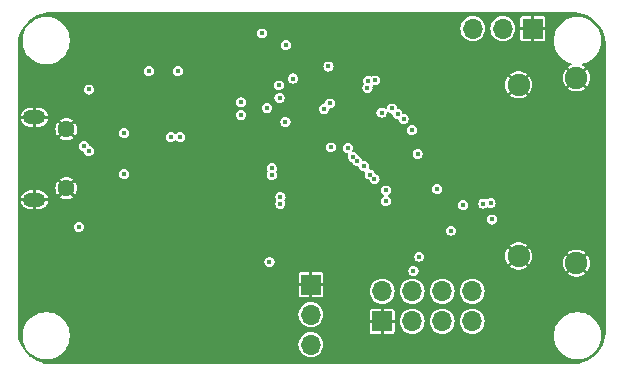
<source format=gbr>
%TF.GenerationSoftware,KiCad,Pcbnew,8.0.2*%
%TF.CreationDate,2024-05-26T20:11:31+02:00*%
%TF.ProjectId,protoB,70726f74-6f42-42e6-9b69-6361645f7063,rev?*%
%TF.SameCoordinates,PXbe7f170PY6de9350*%
%TF.FileFunction,Copper,L2,Inr*%
%TF.FilePolarity,Positive*%
%FSLAX46Y46*%
G04 Gerber Fmt 4.6, Leading zero omitted, Abs format (unit mm)*
G04 Created by KiCad (PCBNEW 8.0.2) date 2024-05-26 20:11:31*
%MOMM*%
%LPD*%
G01*
G04 APERTURE LIST*
%TA.AperFunction,ComponentPad*%
%ADD10R,1.700000X1.700000*%
%TD*%
%TA.AperFunction,ComponentPad*%
%ADD11O,1.700000X1.700000*%
%TD*%
%TA.AperFunction,ComponentPad*%
%ADD12C,1.900000*%
%TD*%
%TA.AperFunction,ComponentPad*%
%ADD13O,1.900000X1.200000*%
%TD*%
%TA.AperFunction,ComponentPad*%
%ADD14C,1.450000*%
%TD*%
%TA.AperFunction,ViaPad*%
%ADD15C,0.450000*%
%TD*%
G04 APERTURE END LIST*
D10*
%TO.N,GND*%
%TO.C,J6*%
X25167000Y7080000D03*
D11*
%TO.N,VBUS*%
X25167000Y4540000D03*
%TO.N,+3V3*%
X25167000Y2000000D03*
%TD*%
D10*
%TO.N,GND*%
%TO.C,J2*%
X43950000Y28750000D03*
D11*
%TO.N,/SWCLK*%
X41410000Y28750000D03*
%TO.N,/SWDIO*%
X38870000Y28750000D03*
%TD*%
D10*
%TO.N,GND*%
%TO.C,J4*%
X31200000Y3975000D03*
D11*
%TO.N,/PIX0*%
X31200000Y6515000D03*
%TO.N,/UART_TX*%
X33740000Y3975000D03*
%TO.N,/PIX1*%
X33740000Y6515000D03*
%TO.N,/UART_RX*%
X36280000Y3975000D03*
%TO.N,/PIX2*%
X36280000Y6515000D03*
%TO.N,/PIXCLK*%
X38820000Y3975000D03*
%TO.N,/PIX3*%
X38820000Y6515000D03*
%TD*%
D12*
%TO.N,GND*%
%TO.C,J5*%
X47650000Y24600000D03*
X42750000Y24000000D03*
X42750000Y9500000D03*
X47650000Y8900000D03*
%TD*%
D13*
%TO.N,GND*%
%TO.C,J1*%
X1762500Y21250000D03*
D14*
X4462500Y20250000D03*
X4462500Y15250000D03*
D13*
X1762500Y14250000D03*
%TD*%
D15*
%TO.N,+3V3*%
X26850000Y18700000D03*
X31500000Y14150000D03*
X31500000Y15050000D03*
X14100000Y19550000D03*
X13300000Y19550000D03*
X23010000Y20850000D03*
X29650000Y17100000D03*
X13900000Y25150000D03*
X28300000Y18650000D03*
X23050000Y27350000D03*
X21660000Y9000000D03*
X23650000Y24525000D03*
X22580000Y13920000D03*
X33700000Y20150000D03*
X19250000Y22500000D03*
X31150000Y21650000D03*
X22590000Y14510000D03*
X37050000Y11650000D03*
X34200000Y18150000D03*
X5520000Y11970000D03*
%TO.N,GND*%
X43100000Y21000000D03*
X43100000Y19500000D03*
X43100000Y18000000D03*
X43100000Y16500000D03*
X43250000Y13500000D03*
X31250000Y18500000D03*
X32500000Y17750000D03*
X23390000Y14050000D03*
X23390000Y10450000D03*
X31750000Y19000000D03*
X30500000Y19750000D03*
X7000000Y18050000D03*
X7750000Y17300000D03*
X13300000Y17350000D03*
X14100000Y17350000D03*
X40750000Y13500000D03*
X36440859Y15313435D03*
X32250000Y13450000D03*
X30920000Y13470000D03*
X23390000Y12060000D03*
X21740000Y12470000D03*
X38510000Y23000000D03*
X37550000Y24130000D03*
X38380000Y24940000D03*
X31630000Y25850000D03*
X32350000Y26610000D03*
X34180000Y22440000D03*
X29250000Y24450000D03*
X25850000Y24050000D03*
X37550000Y14700000D03*
X49750000Y26750000D03*
X46750000Y29750000D03*
X3750000Y29750000D03*
X750000Y26750000D03*
X750000Y3750000D03*
X3750000Y750000D03*
X46750000Y750000D03*
X49750000Y3750000D03*
X26150000Y19400000D03*
X26300000Y17950000D03*
X10700000Y18100000D03*
X10700000Y17150000D03*
X24600000Y15450000D03*
X21250000Y15800000D03*
X27200000Y10150000D03*
X21250000Y17500000D03*
X40625000Y21000000D03*
X40625000Y19500000D03*
X40625000Y18000000D03*
X40625000Y16500000D03*
X39975000Y15650000D03*
X38450000Y14500000D03*
X39990000Y21780000D03*
X35470000Y21380000D03*
X37160000Y22340000D03*
X35750000Y23530000D03*
X25890000Y10180000D03*
X25890000Y14330000D03*
X22330000Y8960000D03*
X30150000Y25150000D03*
X35950000Y8150000D03*
X18650000Y21950000D03*
X24150000Y26750000D03*
X24550000Y21450000D03*
X21450000Y23050000D03*
X25826586Y22433611D03*
X27275591Y22882834D03*
X34350000Y10050000D03*
X34182822Y8749232D03*
X20550000Y22000000D03*
X19650000Y20150000D03*
X19750000Y25450000D03*
%TO.N,+1V1*%
X30550000Y16050000D03*
X32500000Y21500000D03*
X30149992Y16400008D03*
X29100000Y17550000D03*
X28700000Y17900000D03*
X33010748Y21114040D03*
%TO.N,VBUS*%
X9350000Y16449992D03*
X9350000Y19900000D03*
X40524970Y12600000D03*
%TO.N,/USB_D-*%
X5944939Y18805061D03*
X21850000Y16940000D03*
%TO.N,/USB_D+*%
X21850000Y16360000D03*
X6355061Y18394939D03*
%TO.N,/RUN_~{RST}*%
X11450000Y25150000D03*
X32039782Y21999990D03*
%TO.N,/USER_LED_BUTTON*%
X6350000Y23600000D03*
X35850000Y15150000D03*
%TO.N,Net-(J5-CEC)*%
X38060000Y13820000D03*
%TO.N,/uC_DVI_SCL*%
X30019805Y24344646D03*
X39765574Y13939375D03*
%TO.N,/uC_DVI_SDA*%
X40372355Y13969006D03*
X30619301Y24369301D03*
%TO.N,/uC_DVI_CEC*%
X29956853Y23747955D03*
%TO.N,/PIX3*%
X34350000Y9450000D03*
%TO.N,/PIX2*%
X33850000Y8250000D03*
%TO.N,/~{CS}*%
X21050000Y28350000D03*
%TO.N,/DQ7*%
X19250000Y21450000D03*
%TO.N,/DQ1*%
X26274087Y21968326D03*
X21450000Y22050000D03*
%TO.N,/DQ0*%
X22512605Y22878453D03*
X26754249Y22418326D03*
%TO.N,/RWDS*%
X22450000Y23950000D03*
%TO.N,/CK*%
X26650000Y25550000D03*
%TD*%
%TA.AperFunction,Conductor*%
%TO.N,GND*%
G36*
X47252777Y30174345D02*
G01*
X47571893Y30156423D01*
X47582916Y30155181D01*
X47895291Y30102107D01*
X47906085Y30099644D01*
X48210564Y30011925D01*
X48221035Y30008261D01*
X48513758Y29887010D01*
X48523760Y29882193D01*
X48801061Y29728935D01*
X48810462Y29723028D01*
X49068860Y29539684D01*
X49077539Y29532763D01*
X49118224Y29496405D01*
X49313796Y29321632D01*
X49321631Y29313797D01*
X49409095Y29215925D01*
X49532762Y29077540D01*
X49539683Y29068861D01*
X49723027Y28810463D01*
X49728934Y28801062D01*
X49882192Y28523761D01*
X49887009Y28513759D01*
X50008258Y28221040D01*
X50011925Y28210561D01*
X50071551Y28003596D01*
X50089791Y27940282D01*
X50099639Y27906101D01*
X50102109Y27895277D01*
X50155179Y27582922D01*
X50156422Y27571890D01*
X50174344Y27252778D01*
X50174500Y27247227D01*
X50174500Y3252774D01*
X50174344Y3247223D01*
X50156422Y2928111D01*
X50155179Y2917079D01*
X50102109Y2604724D01*
X50099639Y2593900D01*
X50011925Y2289440D01*
X50008258Y2278961D01*
X49887009Y1986242D01*
X49882192Y1976240D01*
X49728934Y1698939D01*
X49723027Y1689538D01*
X49539683Y1431140D01*
X49532762Y1422461D01*
X49321639Y1186212D01*
X49313788Y1178361D01*
X49077539Y967238D01*
X49068860Y960317D01*
X48810462Y776973D01*
X48801061Y771066D01*
X48523760Y617808D01*
X48513758Y612991D01*
X48221039Y491742D01*
X48210560Y488075D01*
X47906100Y400361D01*
X47895276Y397891D01*
X47582921Y344821D01*
X47571889Y343578D01*
X47252778Y325656D01*
X47247227Y325500D01*
X3252773Y325500D01*
X3247222Y325656D01*
X2928110Y343578D01*
X2917078Y344821D01*
X2604723Y397891D01*
X2593899Y400361D01*
X2289439Y488075D01*
X2278960Y491742D01*
X1986241Y612991D01*
X1976239Y617808D01*
X1698938Y771066D01*
X1689537Y776973D01*
X1431139Y960317D01*
X1422460Y967238D01*
X1312631Y1065386D01*
X1186203Y1178369D01*
X1178368Y1186204D01*
X975200Y1413550D01*
X967237Y1422461D01*
X960316Y1431140D01*
X776972Y1689538D01*
X771065Y1698939D01*
X617807Y1976240D01*
X612990Y1986242D01*
X491741Y2278961D01*
X488074Y2289440D01*
X400356Y2593915D01*
X397893Y2604709D01*
X350929Y2881120D01*
X749500Y2881120D01*
X749500Y2618880D01*
X783730Y2358884D01*
X824713Y2205934D01*
X851600Y2105589D01*
X851604Y2105576D01*
X951953Y1863311D01*
X951955Y1863307D01*
X951957Y1863303D01*
X1083076Y1636197D01*
X1242718Y1428149D01*
X1428149Y1242718D01*
X1636197Y1083076D01*
X1863303Y951957D01*
X2105581Y851602D01*
X2358884Y783730D01*
X2618880Y749500D01*
X2618881Y749500D01*
X2881119Y749500D01*
X2881120Y749500D01*
X3141116Y783730D01*
X3394419Y851602D01*
X3636697Y951957D01*
X3863803Y1083076D01*
X4071851Y1242718D01*
X4257282Y1428149D01*
X4416924Y1636197D01*
X4548043Y1863303D01*
X4604667Y2000004D01*
X24111417Y2000004D01*
X24111417Y1999997D01*
X24131698Y1794071D01*
X24131699Y1794066D01*
X24191768Y1596046D01*
X24289316Y1413548D01*
X24372762Y1311869D01*
X24420590Y1253590D01*
X24420595Y1253586D01*
X24580547Y1122317D01*
X24580548Y1122317D01*
X24580550Y1122315D01*
X24763046Y1024768D01*
X24900997Y982922D01*
X24961065Y964700D01*
X24961070Y964699D01*
X25166997Y944417D01*
X25167000Y944417D01*
X25167003Y944417D01*
X25372929Y964699D01*
X25372934Y964700D01*
X25381301Y967238D01*
X25570954Y1024768D01*
X25753450Y1122315D01*
X25913410Y1253590D01*
X26044685Y1413550D01*
X26142232Y1596046D01*
X26202300Y1794066D01*
X26202301Y1794071D01*
X26222583Y1999997D01*
X26222583Y2000004D01*
X26202301Y2205930D01*
X26202300Y2205935D01*
X26176969Y2289440D01*
X26142232Y2403954D01*
X26044685Y2586450D01*
X26034190Y2599238D01*
X25913414Y2746405D01*
X25913410Y2746410D01*
X25886828Y2768225D01*
X25753452Y2877684D01*
X25747024Y2881120D01*
X45749500Y2881120D01*
X45749500Y2618880D01*
X45783730Y2358884D01*
X45824713Y2205934D01*
X45851600Y2105589D01*
X45851604Y2105576D01*
X45951953Y1863311D01*
X45951955Y1863307D01*
X45951957Y1863303D01*
X46083076Y1636197D01*
X46242718Y1428149D01*
X46428149Y1242718D01*
X46636197Y1083076D01*
X46863303Y951957D01*
X47105581Y851602D01*
X47358884Y783730D01*
X47618880Y749500D01*
X47618881Y749500D01*
X47881119Y749500D01*
X47881120Y749500D01*
X48141116Y783730D01*
X48394419Y851602D01*
X48636697Y951957D01*
X48863803Y1083076D01*
X49071851Y1242718D01*
X49257282Y1428149D01*
X49416924Y1636197D01*
X49548043Y1863303D01*
X49648398Y2105581D01*
X49716270Y2358884D01*
X49750500Y2618880D01*
X49750500Y2881120D01*
X49716270Y3141116D01*
X49648398Y3394419D01*
X49548043Y3636697D01*
X49416924Y3863803D01*
X49257282Y4071851D01*
X49071851Y4257282D01*
X48863803Y4416924D01*
X48863804Y4416924D01*
X48863802Y4416925D01*
X48763212Y4475000D01*
X48636697Y4548043D01*
X48636693Y4548045D01*
X48636689Y4548047D01*
X48394424Y4648396D01*
X48394423Y4648397D01*
X48394419Y4648398D01*
X48141116Y4716270D01*
X48141111Y4716271D01*
X48141110Y4716271D01*
X47881120Y4750500D01*
X47618880Y4750500D01*
X47618879Y4750500D01*
X47358889Y4716271D01*
X47358886Y4716271D01*
X47358884Y4716270D01*
X47173464Y4666588D01*
X47105588Y4648400D01*
X47105575Y4648396D01*
X46863310Y4548047D01*
X46636197Y4416925D01*
X46428152Y4257285D01*
X46242715Y4071848D01*
X46083075Y3863803D01*
X45951953Y3636690D01*
X45851604Y3394425D01*
X45851602Y3394419D01*
X45807168Y3228586D01*
X45783729Y3141111D01*
X45755277Y2925001D01*
X45749500Y2881120D01*
X25747024Y2881120D01*
X25570954Y2975232D01*
X25372934Y3035301D01*
X25372929Y3035302D01*
X25167003Y3055583D01*
X25166997Y3055583D01*
X24961070Y3035302D01*
X24961065Y3035301D01*
X24763045Y2975232D01*
X24580547Y2877684D01*
X24420595Y2746415D01*
X24420585Y2746405D01*
X24289316Y2586453D01*
X24191768Y2403955D01*
X24131699Y2205935D01*
X24131698Y2205930D01*
X24111417Y2000004D01*
X4604667Y2000004D01*
X4648398Y2105581D01*
X4716270Y2358884D01*
X4750500Y2618880D01*
X4750500Y2881120D01*
X4716270Y3141116D01*
X4648398Y3394419D01*
X4548043Y3636697D01*
X4416924Y3863803D01*
X4257282Y4071851D01*
X4071851Y4257282D01*
X3863803Y4416924D01*
X3863804Y4416924D01*
X3863802Y4416925D01*
X3763212Y4475000D01*
X3650621Y4540004D01*
X24111417Y4540004D01*
X24111417Y4539997D01*
X24131698Y4334071D01*
X24131699Y4334066D01*
X24191768Y4136046D01*
X24289316Y3953548D01*
X24420585Y3793596D01*
X24420590Y3793590D01*
X24420595Y3793586D01*
X24580547Y3662317D01*
X24580548Y3662317D01*
X24580550Y3662315D01*
X24763046Y3564768D01*
X24900997Y3522922D01*
X24961065Y3504700D01*
X24961070Y3504699D01*
X25166997Y3484417D01*
X25167000Y3484417D01*
X25167003Y3484417D01*
X25372929Y3504699D01*
X25372934Y3504700D01*
X25570954Y3564768D01*
X25753450Y3662315D01*
X25913410Y3793590D01*
X26044685Y3953550D01*
X26142232Y4136046D01*
X26202300Y4334066D01*
X26202301Y4334071D01*
X26222583Y4539997D01*
X26222583Y4540004D01*
X26202301Y4745930D01*
X26202300Y4745935D01*
X26184078Y4806003D01*
X26172339Y4844701D01*
X30150000Y4844701D01*
X30150000Y4100001D01*
X30150001Y4100000D01*
X30715856Y4100000D01*
X30700000Y4040826D01*
X30700000Y3909174D01*
X30715856Y3850000D01*
X30150001Y3850000D01*
X30150000Y3849999D01*
X30150000Y3105300D01*
X30161603Y3046964D01*
X30205806Y2980811D01*
X30205810Y2980807D01*
X30271963Y2936604D01*
X30330299Y2925001D01*
X30330303Y2925000D01*
X31074999Y2925000D01*
X31075000Y2925001D01*
X31075000Y3490856D01*
X31134174Y3475000D01*
X31265826Y3475000D01*
X31325000Y3490856D01*
X31325000Y2925001D01*
X31325001Y2925000D01*
X32069697Y2925000D01*
X32069700Y2925001D01*
X32128036Y2936604D01*
X32194189Y2980807D01*
X32194193Y2980811D01*
X32238396Y3046964D01*
X32249999Y3105300D01*
X32250000Y3105303D01*
X32250000Y3849999D01*
X32249999Y3850000D01*
X31684144Y3850000D01*
X31700000Y3909174D01*
X31700000Y3975004D01*
X32684417Y3975004D01*
X32684417Y3974997D01*
X32704698Y3769071D01*
X32704699Y3769066D01*
X32764768Y3571046D01*
X32862316Y3388548D01*
X32955887Y3274531D01*
X32993590Y3228590D01*
X32993595Y3228586D01*
X33153547Y3097317D01*
X33153548Y3097317D01*
X33153550Y3097315D01*
X33336046Y2999768D01*
X33473997Y2957922D01*
X33534065Y2939700D01*
X33534070Y2939699D01*
X33739997Y2919417D01*
X33740000Y2919417D01*
X33740003Y2919417D01*
X33945929Y2939699D01*
X33945934Y2939700D01*
X34143954Y2999768D01*
X34326450Y3097315D01*
X34486410Y3228590D01*
X34617685Y3388550D01*
X34715232Y3571046D01*
X34775300Y3769066D01*
X34775301Y3769071D01*
X34795583Y3974997D01*
X34795583Y3975004D01*
X35224417Y3975004D01*
X35224417Y3974997D01*
X35244698Y3769071D01*
X35244699Y3769066D01*
X35304768Y3571046D01*
X35402316Y3388548D01*
X35495887Y3274531D01*
X35533590Y3228590D01*
X35533595Y3228586D01*
X35693547Y3097317D01*
X35693548Y3097317D01*
X35693550Y3097315D01*
X35876046Y2999768D01*
X36013997Y2957922D01*
X36074065Y2939700D01*
X36074070Y2939699D01*
X36279997Y2919417D01*
X36280000Y2919417D01*
X36280003Y2919417D01*
X36485929Y2939699D01*
X36485934Y2939700D01*
X36683954Y2999768D01*
X36866450Y3097315D01*
X37026410Y3228590D01*
X37157685Y3388550D01*
X37255232Y3571046D01*
X37315300Y3769066D01*
X37315301Y3769071D01*
X37335583Y3974997D01*
X37335583Y3975004D01*
X37764417Y3975004D01*
X37764417Y3974997D01*
X37784698Y3769071D01*
X37784699Y3769066D01*
X37844768Y3571046D01*
X37942316Y3388548D01*
X38035887Y3274531D01*
X38073590Y3228590D01*
X38073595Y3228586D01*
X38233547Y3097317D01*
X38233548Y3097317D01*
X38233550Y3097315D01*
X38416046Y2999768D01*
X38553997Y2957922D01*
X38614065Y2939700D01*
X38614070Y2939699D01*
X38819997Y2919417D01*
X38820000Y2919417D01*
X38820003Y2919417D01*
X39025929Y2939699D01*
X39025934Y2939700D01*
X39223954Y2999768D01*
X39406450Y3097315D01*
X39566410Y3228590D01*
X39697685Y3388550D01*
X39795232Y3571046D01*
X39855300Y3769066D01*
X39855301Y3769071D01*
X39875583Y3974997D01*
X39875583Y3975004D01*
X39855301Y4180930D01*
X39855300Y4180935D01*
X39808848Y4334066D01*
X39795232Y4378954D01*
X39697685Y4561450D01*
X39626327Y4648400D01*
X39566414Y4721405D01*
X39566410Y4721410D01*
X39530964Y4750500D01*
X39406452Y4852684D01*
X39223954Y4950232D01*
X39025934Y5010301D01*
X39025929Y5010302D01*
X38820003Y5030583D01*
X38819997Y5030583D01*
X38614070Y5010302D01*
X38614065Y5010301D01*
X38416045Y4950232D01*
X38233547Y4852684D01*
X38073595Y4721415D01*
X38073585Y4721405D01*
X37942316Y4561453D01*
X37844768Y4378955D01*
X37784699Y4180935D01*
X37784698Y4180930D01*
X37764417Y3975004D01*
X37335583Y3975004D01*
X37315301Y4180930D01*
X37315300Y4180935D01*
X37268848Y4334066D01*
X37255232Y4378954D01*
X37157685Y4561450D01*
X37086327Y4648400D01*
X37026414Y4721405D01*
X37026410Y4721410D01*
X36990964Y4750500D01*
X36866452Y4852684D01*
X36683954Y4950232D01*
X36485934Y5010301D01*
X36485929Y5010302D01*
X36280003Y5030583D01*
X36279997Y5030583D01*
X36074070Y5010302D01*
X36074065Y5010301D01*
X35876045Y4950232D01*
X35693547Y4852684D01*
X35533595Y4721415D01*
X35533585Y4721405D01*
X35402316Y4561453D01*
X35304768Y4378955D01*
X35244699Y4180935D01*
X35244698Y4180930D01*
X35224417Y3975004D01*
X34795583Y3975004D01*
X34775301Y4180930D01*
X34775300Y4180935D01*
X34728848Y4334066D01*
X34715232Y4378954D01*
X34617685Y4561450D01*
X34546327Y4648400D01*
X34486414Y4721405D01*
X34486410Y4721410D01*
X34450964Y4750500D01*
X34326452Y4852684D01*
X34143954Y4950232D01*
X33945934Y5010301D01*
X33945929Y5010302D01*
X33740003Y5030583D01*
X33739997Y5030583D01*
X33534070Y5010302D01*
X33534065Y5010301D01*
X33336045Y4950232D01*
X33153547Y4852684D01*
X32993595Y4721415D01*
X32993585Y4721405D01*
X32862316Y4561453D01*
X32764768Y4378955D01*
X32704699Y4180935D01*
X32704698Y4180930D01*
X32684417Y3975004D01*
X31700000Y3975004D01*
X31700000Y4040826D01*
X31684144Y4100000D01*
X32249999Y4100000D01*
X32250000Y4100001D01*
X32250000Y4844698D01*
X32249999Y4844701D01*
X32238396Y4903037D01*
X32194193Y4969190D01*
X32194189Y4969194D01*
X32128036Y5013397D01*
X32069700Y5025000D01*
X31325001Y5025000D01*
X31325000Y5024999D01*
X31325000Y4459145D01*
X31265826Y4475000D01*
X31134174Y4475000D01*
X31075000Y4459145D01*
X31075000Y5024999D01*
X31074999Y5025000D01*
X30330299Y5025000D01*
X30271963Y5013397D01*
X30205810Y4969194D01*
X30205806Y4969190D01*
X30161603Y4903037D01*
X30150000Y4844701D01*
X26172339Y4844701D01*
X26142232Y4943954D01*
X26044685Y5126450D01*
X25913410Y5286410D01*
X25913404Y5286415D01*
X25753452Y5417684D01*
X25570954Y5515232D01*
X25372934Y5575301D01*
X25372929Y5575302D01*
X25167003Y5595583D01*
X25166997Y5595583D01*
X24961070Y5575302D01*
X24961065Y5575301D01*
X24763045Y5515232D01*
X24580547Y5417684D01*
X24420595Y5286415D01*
X24420585Y5286405D01*
X24289316Y5126453D01*
X24191768Y4943955D01*
X24131699Y4745935D01*
X24131698Y4745930D01*
X24111417Y4540004D01*
X3650621Y4540004D01*
X3636697Y4548043D01*
X3636693Y4548045D01*
X3636689Y4548047D01*
X3394424Y4648396D01*
X3394423Y4648397D01*
X3394419Y4648398D01*
X3141116Y4716270D01*
X3141111Y4716271D01*
X3141110Y4716271D01*
X2881120Y4750500D01*
X2618880Y4750500D01*
X2618879Y4750500D01*
X2358889Y4716271D01*
X2358886Y4716271D01*
X2358884Y4716270D01*
X2173464Y4666588D01*
X2105588Y4648400D01*
X2105575Y4648396D01*
X1863310Y4548047D01*
X1636197Y4416925D01*
X1428152Y4257285D01*
X1242715Y4071848D01*
X1083075Y3863803D01*
X951953Y3636690D01*
X851604Y3394425D01*
X851602Y3394419D01*
X807168Y3228586D01*
X783729Y3141111D01*
X755277Y2925001D01*
X749500Y2881120D01*
X350929Y2881120D01*
X344819Y2917084D01*
X343577Y2928111D01*
X340617Y2980811D01*
X325656Y3247223D01*
X325500Y3252774D01*
X325500Y7949701D01*
X24117000Y7949701D01*
X24117000Y7205001D01*
X24117001Y7205000D01*
X24682856Y7205000D01*
X24667000Y7145826D01*
X24667000Y7014174D01*
X24682856Y6955000D01*
X24117001Y6955000D01*
X24117000Y6954999D01*
X24117000Y6210300D01*
X24128603Y6151964D01*
X24172806Y6085811D01*
X24172810Y6085807D01*
X24238963Y6041604D01*
X24297299Y6030001D01*
X24297303Y6030000D01*
X25041999Y6030000D01*
X25042000Y6030001D01*
X25042000Y6595856D01*
X25101174Y6580000D01*
X25232826Y6580000D01*
X25292000Y6595856D01*
X25292000Y6030001D01*
X25292001Y6030000D01*
X26036697Y6030000D01*
X26036700Y6030001D01*
X26095036Y6041604D01*
X26161189Y6085807D01*
X26161193Y6085811D01*
X26205396Y6151964D01*
X26216999Y6210300D01*
X26217000Y6210303D01*
X26217000Y6515004D01*
X30144417Y6515004D01*
X30144417Y6514997D01*
X30164698Y6309071D01*
X30164699Y6309066D01*
X30224768Y6111046D01*
X30322316Y5928548D01*
X30453585Y5768596D01*
X30453590Y5768590D01*
X30453595Y5768586D01*
X30613547Y5637317D01*
X30613548Y5637317D01*
X30613550Y5637315D01*
X30796046Y5539768D01*
X30933997Y5497922D01*
X30994065Y5479700D01*
X30994070Y5479699D01*
X31199997Y5459417D01*
X31200000Y5459417D01*
X31200003Y5459417D01*
X31405929Y5479699D01*
X31405934Y5479700D01*
X31603954Y5539768D01*
X31786450Y5637315D01*
X31946410Y5768590D01*
X32077685Y5928550D01*
X32175232Y6111046D01*
X32235300Y6309066D01*
X32235301Y6309071D01*
X32255583Y6514997D01*
X32255583Y6515004D01*
X32684417Y6515004D01*
X32684417Y6514997D01*
X32704698Y6309071D01*
X32704699Y6309066D01*
X32764768Y6111046D01*
X32862316Y5928548D01*
X32993585Y5768596D01*
X32993590Y5768590D01*
X32993595Y5768586D01*
X33153547Y5637317D01*
X33153548Y5637317D01*
X33153550Y5637315D01*
X33336046Y5539768D01*
X33473997Y5497922D01*
X33534065Y5479700D01*
X33534070Y5479699D01*
X33739997Y5459417D01*
X33740000Y5459417D01*
X33740003Y5459417D01*
X33945929Y5479699D01*
X33945934Y5479700D01*
X34143954Y5539768D01*
X34326450Y5637315D01*
X34486410Y5768590D01*
X34617685Y5928550D01*
X34715232Y6111046D01*
X34775300Y6309066D01*
X34775301Y6309071D01*
X34795583Y6514997D01*
X34795583Y6515004D01*
X35224417Y6515004D01*
X35224417Y6514997D01*
X35244698Y6309071D01*
X35244699Y6309066D01*
X35304768Y6111046D01*
X35402316Y5928548D01*
X35533585Y5768596D01*
X35533590Y5768590D01*
X35533595Y5768586D01*
X35693547Y5637317D01*
X35693548Y5637317D01*
X35693550Y5637315D01*
X35876046Y5539768D01*
X36013997Y5497922D01*
X36074065Y5479700D01*
X36074070Y5479699D01*
X36279997Y5459417D01*
X36280000Y5459417D01*
X36280003Y5459417D01*
X36485929Y5479699D01*
X36485934Y5479700D01*
X36683954Y5539768D01*
X36866450Y5637315D01*
X37026410Y5768590D01*
X37157685Y5928550D01*
X37255232Y6111046D01*
X37315300Y6309066D01*
X37315301Y6309071D01*
X37335583Y6514997D01*
X37335583Y6515004D01*
X37764417Y6515004D01*
X37764417Y6514997D01*
X37784698Y6309071D01*
X37784699Y6309066D01*
X37844768Y6111046D01*
X37942316Y5928548D01*
X38073585Y5768596D01*
X38073590Y5768590D01*
X38073595Y5768586D01*
X38233547Y5637317D01*
X38233548Y5637317D01*
X38233550Y5637315D01*
X38416046Y5539768D01*
X38553997Y5497922D01*
X38614065Y5479700D01*
X38614070Y5479699D01*
X38819997Y5459417D01*
X38820000Y5459417D01*
X38820003Y5459417D01*
X39025929Y5479699D01*
X39025934Y5479700D01*
X39223954Y5539768D01*
X39406450Y5637315D01*
X39566410Y5768590D01*
X39697685Y5928550D01*
X39795232Y6111046D01*
X39855300Y6309066D01*
X39855301Y6309071D01*
X39875583Y6514997D01*
X39875583Y6515004D01*
X39855301Y6720930D01*
X39855300Y6720935D01*
X39837078Y6781003D01*
X39795232Y6918954D01*
X39697685Y7101450D01*
X39566410Y7261410D01*
X39413369Y7387007D01*
X39406452Y7392684D01*
X39223954Y7490232D01*
X39025934Y7550301D01*
X39025929Y7550302D01*
X38820003Y7570583D01*
X38819997Y7570583D01*
X38614070Y7550302D01*
X38614065Y7550301D01*
X38416045Y7490232D01*
X38233547Y7392684D01*
X38073595Y7261415D01*
X38073585Y7261405D01*
X37942316Y7101453D01*
X37844768Y6918955D01*
X37784699Y6720935D01*
X37784698Y6720930D01*
X37764417Y6515004D01*
X37335583Y6515004D01*
X37315301Y6720930D01*
X37315300Y6720935D01*
X37297078Y6781003D01*
X37255232Y6918954D01*
X37157685Y7101450D01*
X37026410Y7261410D01*
X36873369Y7387007D01*
X36866452Y7392684D01*
X36683954Y7490232D01*
X36485934Y7550301D01*
X36485929Y7550302D01*
X36280003Y7570583D01*
X36279997Y7570583D01*
X36074070Y7550302D01*
X36074065Y7550301D01*
X35876045Y7490232D01*
X35693547Y7392684D01*
X35533595Y7261415D01*
X35533585Y7261405D01*
X35402316Y7101453D01*
X35304768Y6918955D01*
X35244699Y6720935D01*
X35244698Y6720930D01*
X35224417Y6515004D01*
X34795583Y6515004D01*
X34775301Y6720930D01*
X34775300Y6720935D01*
X34757078Y6781003D01*
X34715232Y6918954D01*
X34617685Y7101450D01*
X34486410Y7261410D01*
X34333369Y7387007D01*
X34326452Y7392684D01*
X34143954Y7490232D01*
X33945934Y7550301D01*
X33945929Y7550302D01*
X33740003Y7570583D01*
X33739997Y7570583D01*
X33534070Y7550302D01*
X33534065Y7550301D01*
X33336045Y7490232D01*
X33153547Y7392684D01*
X32993595Y7261415D01*
X32993585Y7261405D01*
X32862316Y7101453D01*
X32764768Y6918955D01*
X32704699Y6720935D01*
X32704698Y6720930D01*
X32684417Y6515004D01*
X32255583Y6515004D01*
X32235301Y6720930D01*
X32235300Y6720935D01*
X32217078Y6781003D01*
X32175232Y6918954D01*
X32077685Y7101450D01*
X31946410Y7261410D01*
X31793369Y7387007D01*
X31786452Y7392684D01*
X31603954Y7490232D01*
X31405934Y7550301D01*
X31405929Y7550302D01*
X31200003Y7570583D01*
X31199997Y7570583D01*
X30994070Y7550302D01*
X30994065Y7550301D01*
X30796045Y7490232D01*
X30613547Y7392684D01*
X30453595Y7261415D01*
X30453585Y7261405D01*
X30322316Y7101453D01*
X30224768Y6918955D01*
X30164699Y6720935D01*
X30164698Y6720930D01*
X30144417Y6515004D01*
X26217000Y6515004D01*
X26217000Y6954999D01*
X26216999Y6955000D01*
X25651144Y6955000D01*
X25667000Y7014174D01*
X25667000Y7145826D01*
X25651144Y7205000D01*
X26216999Y7205000D01*
X26217000Y7205001D01*
X26217000Y7949698D01*
X26216999Y7949701D01*
X26205396Y8008037D01*
X26161193Y8074190D01*
X26161189Y8074194D01*
X26095036Y8118397D01*
X26036700Y8130000D01*
X25292001Y8130000D01*
X25292000Y8129999D01*
X25292000Y7564145D01*
X25232826Y7580000D01*
X25101174Y7580000D01*
X25042000Y7564145D01*
X25042000Y8129999D01*
X25041999Y8130000D01*
X24297299Y8130000D01*
X24238963Y8118397D01*
X24172810Y8074194D01*
X24172806Y8074190D01*
X24128603Y8008037D01*
X24117000Y7949701D01*
X325500Y7949701D01*
X325500Y8250001D01*
X33419196Y8250001D01*
X33419196Y8250000D01*
X33440281Y8116873D01*
X33440282Y8116871D01*
X33501470Y7996783D01*
X33501472Y7996780D01*
X33596780Y7901472D01*
X33716874Y7840281D01*
X33850000Y7819196D01*
X33983126Y7840281D01*
X34103220Y7901472D01*
X34198528Y7996780D01*
X34259719Y8116874D01*
X34280804Y8250000D01*
X34259719Y8383126D01*
X34198528Y8503220D01*
X34103220Y8598528D01*
X34103217Y8598530D01*
X33983129Y8659718D01*
X33983127Y8659719D01*
X33850000Y8680804D01*
X33716872Y8659719D01*
X33716870Y8659718D01*
X33596782Y8598530D01*
X33501470Y8503218D01*
X33440282Y8383130D01*
X33440281Y8383128D01*
X33419196Y8250001D01*
X325500Y8250001D01*
X325500Y9000001D01*
X21229196Y9000001D01*
X21229196Y9000000D01*
X21250281Y8866873D01*
X21250282Y8866871D01*
X21311470Y8746783D01*
X21311472Y8746780D01*
X21406780Y8651472D01*
X21526874Y8590281D01*
X21660000Y8569196D01*
X21793126Y8590281D01*
X21913220Y8651472D01*
X22008528Y8746780D01*
X22069719Y8866874D01*
X22090804Y9000000D01*
X22069719Y9133126D01*
X22008528Y9253220D01*
X21913220Y9348528D01*
X21913217Y9348530D01*
X21793129Y9409718D01*
X21793127Y9409719D01*
X21660000Y9430804D01*
X21526872Y9409719D01*
X21526870Y9409718D01*
X21406782Y9348530D01*
X21311470Y9253218D01*
X21250282Y9133130D01*
X21250281Y9133128D01*
X21229196Y9000001D01*
X325500Y9000001D01*
X325500Y9450001D01*
X33919196Y9450001D01*
X33919196Y9450000D01*
X33940281Y9316873D01*
X33940282Y9316871D01*
X33955103Y9287784D01*
X34001472Y9196780D01*
X34096780Y9101472D01*
X34216874Y9040281D01*
X34350000Y9019196D01*
X34483126Y9040281D01*
X34603220Y9101472D01*
X34698528Y9196780D01*
X34759719Y9316874D01*
X34780804Y9450000D01*
X34772885Y9500000D01*
X41595073Y9500000D01*
X41614738Y9287784D01*
X41673064Y9082790D01*
X41768057Y8892017D01*
X41768062Y8892008D01*
X41852894Y8779674D01*
X42210568Y9137349D01*
X42245112Y9085649D01*
X42335649Y8995112D01*
X42387345Y8960571D01*
X42028432Y8601658D01*
X42028433Y8601656D01*
X42053995Y8578353D01*
X42053994Y8578353D01*
X42235206Y8466153D01*
X42433941Y8389162D01*
X42643437Y8350000D01*
X42856563Y8350000D01*
X43066058Y8389162D01*
X43264795Y8466153D01*
X43264797Y8466154D01*
X43445995Y8578346D01*
X43445997Y8578348D01*
X43471565Y8601657D01*
X43112653Y8960569D01*
X43164351Y8995112D01*
X43254888Y9085649D01*
X43289431Y9137347D01*
X43647106Y8779672D01*
X43731931Y8891998D01*
X43731940Y8892013D01*
X43735917Y8900000D01*
X46495073Y8900000D01*
X46514738Y8687784D01*
X46573064Y8482790D01*
X46668057Y8292017D01*
X46668062Y8292008D01*
X46752894Y8179674D01*
X47110568Y8537349D01*
X47145112Y8485649D01*
X47235649Y8395112D01*
X47287345Y8360571D01*
X46928432Y8001658D01*
X46928433Y8001656D01*
X46953995Y7978353D01*
X46953994Y7978353D01*
X47135206Y7866153D01*
X47333941Y7789162D01*
X47543437Y7750000D01*
X47756563Y7750000D01*
X47966058Y7789162D01*
X48164795Y7866153D01*
X48164797Y7866154D01*
X48345995Y7978346D01*
X48345997Y7978348D01*
X48371565Y8001657D01*
X48012653Y8360569D01*
X48064351Y8395112D01*
X48154888Y8485649D01*
X48189431Y8537347D01*
X48547106Y8179672D01*
X48631931Y8291998D01*
X48631940Y8292013D01*
X48726935Y8482790D01*
X48785261Y8687784D01*
X48804926Y8900000D01*
X48785261Y9112217D01*
X48726935Y9317211D01*
X48631942Y9507984D01*
X48631937Y9507993D01*
X48547105Y9620328D01*
X48189430Y9262654D01*
X48154888Y9314351D01*
X48064351Y9404888D01*
X48012651Y9439432D01*
X48371565Y9798345D01*
X48371565Y9798346D01*
X48346004Y9821648D01*
X48346005Y9821648D01*
X48164793Y9933848D01*
X47966058Y10010839D01*
X47756563Y10050000D01*
X47543437Y10050000D01*
X47333941Y10010839D01*
X47135206Y9933848D01*
X46953998Y9821650D01*
X46928433Y9798345D01*
X47287346Y9439432D01*
X47235649Y9404888D01*
X47145112Y9314351D01*
X47110568Y9262654D01*
X46752893Y9620329D01*
X46668066Y9507999D01*
X46668057Y9507984D01*
X46573064Y9317211D01*
X46514738Y9112217D01*
X46495073Y8900000D01*
X43735917Y8900000D01*
X43826935Y9082790D01*
X43885261Y9287784D01*
X43904926Y9500000D01*
X43885261Y9712217D01*
X43826935Y9917211D01*
X43731942Y10107984D01*
X43731937Y10107993D01*
X43647105Y10220328D01*
X43289430Y9862654D01*
X43254888Y9914351D01*
X43164351Y10004888D01*
X43112651Y10039432D01*
X43471565Y10398345D01*
X43471565Y10398346D01*
X43446004Y10421648D01*
X43446005Y10421648D01*
X43264793Y10533848D01*
X43066058Y10610839D01*
X42856563Y10650000D01*
X42643437Y10650000D01*
X42433941Y10610839D01*
X42235206Y10533848D01*
X42053998Y10421650D01*
X42028433Y10398345D01*
X42387346Y10039432D01*
X42335649Y10004888D01*
X42245112Y9914351D01*
X42210568Y9862654D01*
X41852893Y10220329D01*
X41768066Y10107999D01*
X41768057Y10107984D01*
X41673064Y9917211D01*
X41614738Y9712217D01*
X41595073Y9500000D01*
X34772885Y9500000D01*
X34759719Y9583126D01*
X34698528Y9703220D01*
X34603220Y9798528D01*
X34603217Y9798530D01*
X34483129Y9859718D01*
X34483127Y9859719D01*
X34350000Y9880804D01*
X34216872Y9859719D01*
X34216870Y9859718D01*
X34096782Y9798530D01*
X34001470Y9703218D01*
X33940282Y9583130D01*
X33940281Y9583128D01*
X33919196Y9450001D01*
X325500Y9450001D01*
X325500Y11970001D01*
X5089196Y11970001D01*
X5089196Y11970000D01*
X5110281Y11836873D01*
X5110282Y11836871D01*
X5171470Y11716783D01*
X5171472Y11716780D01*
X5266780Y11621472D01*
X5386874Y11560281D01*
X5520000Y11539196D01*
X5653126Y11560281D01*
X5773220Y11621472D01*
X5801749Y11650001D01*
X36619196Y11650001D01*
X36619196Y11650000D01*
X36640281Y11516873D01*
X36640282Y11516871D01*
X36701470Y11396783D01*
X36701472Y11396780D01*
X36796780Y11301472D01*
X36916874Y11240281D01*
X37050000Y11219196D01*
X37183126Y11240281D01*
X37303220Y11301472D01*
X37398528Y11396780D01*
X37459719Y11516874D01*
X37480804Y11650000D01*
X37459719Y11783126D01*
X37398528Y11903220D01*
X37303220Y11998528D01*
X37303217Y11998530D01*
X37183129Y12059718D01*
X37183127Y12059719D01*
X37050000Y12080804D01*
X36916872Y12059719D01*
X36916870Y12059718D01*
X36796782Y11998530D01*
X36701470Y11903218D01*
X36640282Y11783130D01*
X36640281Y11783128D01*
X36619196Y11650001D01*
X5801749Y11650001D01*
X5868528Y11716780D01*
X5929719Y11836874D01*
X5950804Y11970000D01*
X5929719Y12103126D01*
X5868528Y12223220D01*
X5773220Y12318528D01*
X5773217Y12318530D01*
X5653129Y12379718D01*
X5653127Y12379719D01*
X5520000Y12400804D01*
X5386872Y12379719D01*
X5386870Y12379718D01*
X5266782Y12318530D01*
X5171470Y12223218D01*
X5110282Y12103130D01*
X5110281Y12103128D01*
X5089196Y11970001D01*
X325500Y11970001D01*
X325500Y12600001D01*
X40094166Y12600001D01*
X40094166Y12600000D01*
X40115251Y12466873D01*
X40115252Y12466871D01*
X40159659Y12379718D01*
X40176442Y12346780D01*
X40271750Y12251472D01*
X40391844Y12190281D01*
X40524970Y12169196D01*
X40658096Y12190281D01*
X40778190Y12251472D01*
X40873498Y12346780D01*
X40934689Y12466874D01*
X40955774Y12600000D01*
X40934689Y12733126D01*
X40873498Y12853220D01*
X40778190Y12948528D01*
X40778187Y12948530D01*
X40658099Y13009718D01*
X40658097Y13009719D01*
X40524970Y13030804D01*
X40391842Y13009719D01*
X40391840Y13009718D01*
X40271752Y12948530D01*
X40176440Y12853218D01*
X40115252Y12733130D01*
X40115251Y12733128D01*
X40094166Y12600001D01*
X325500Y12600001D01*
X325500Y14375001D01*
X621691Y14375001D01*
X621692Y14375000D01*
X1138258Y14375000D01*
X1132944Y14365796D01*
X1112500Y14289496D01*
X1112500Y14210504D01*
X1132944Y14134204D01*
X1138258Y14125000D01*
X621691Y14125000D01*
X643242Y14016652D01*
X703548Y13871060D01*
X703552Y13871051D01*
X791099Y13740031D01*
X791102Y13740027D01*
X902526Y13628603D01*
X902530Y13628600D01*
X1033550Y13541053D01*
X1033559Y13541049D01*
X1179150Y13480743D01*
X1333704Y13450001D01*
X1333708Y13450000D01*
X1637499Y13450000D01*
X1637500Y13450001D01*
X1637500Y13950000D01*
X1887500Y13950000D01*
X1887500Y13450001D01*
X1887501Y13450000D01*
X2191292Y13450000D01*
X2191295Y13450001D01*
X2345849Y13480743D01*
X2491440Y13541049D01*
X2491449Y13541053D01*
X2622469Y13628600D01*
X2622473Y13628603D01*
X2733897Y13740027D01*
X2733900Y13740031D01*
X2821447Y13871051D01*
X2821451Y13871060D01*
X2841723Y13920001D01*
X22149196Y13920001D01*
X22149196Y13920000D01*
X22170281Y13786873D01*
X22170282Y13786871D01*
X22231470Y13666783D01*
X22231472Y13666780D01*
X22326780Y13571472D01*
X22326782Y13571471D01*
X22408844Y13529658D01*
X22446874Y13510281D01*
X22580000Y13489196D01*
X22713126Y13510281D01*
X22833220Y13571472D01*
X22928528Y13666780D01*
X22989719Y13786874D01*
X23010804Y13920000D01*
X22989719Y14053126D01*
X22935139Y14160244D01*
X22925568Y14220674D01*
X22935140Y14250134D01*
X22938524Y14256777D01*
X22938528Y14256780D01*
X22999719Y14376874D01*
X23020804Y14510000D01*
X23020520Y14511790D01*
X23009590Y14580804D01*
X22999719Y14643126D01*
X22938528Y14763220D01*
X22843220Y14858528D01*
X22843217Y14858530D01*
X22723129Y14919718D01*
X22723127Y14919719D01*
X22590000Y14940804D01*
X22456872Y14919719D01*
X22456870Y14919718D01*
X22336782Y14858530D01*
X22241470Y14763218D01*
X22180282Y14643130D01*
X22180281Y14643128D01*
X22159196Y14510001D01*
X22159196Y14510000D01*
X22180281Y14376873D01*
X22180282Y14376871D01*
X22234859Y14269758D01*
X22244431Y14209326D01*
X22234859Y14179868D01*
X22170282Y14053130D01*
X22170281Y14053128D01*
X22149196Y13920001D01*
X2841723Y13920001D01*
X2881757Y14016652D01*
X2903309Y14125000D01*
X2386742Y14125000D01*
X2392056Y14134204D01*
X2412500Y14210504D01*
X2412500Y14289496D01*
X2392056Y14365796D01*
X2386742Y14375000D01*
X2903308Y14375000D01*
X2903308Y14375001D01*
X2881757Y14483349D01*
X2821451Y14628941D01*
X2821447Y14628950D01*
X2733900Y14759970D01*
X2733897Y14759974D01*
X2622473Y14871398D01*
X2622469Y14871401D01*
X2491449Y14958948D01*
X2491440Y14958952D01*
X2345849Y15019258D01*
X2191295Y15050000D01*
X1887501Y15050000D01*
X1887500Y15049999D01*
X1887500Y14550000D01*
X1637500Y14550000D01*
X1637500Y15049999D01*
X1637499Y15050000D01*
X1333704Y15050000D01*
X1179150Y15019258D01*
X1033559Y14958952D01*
X1033550Y14958948D01*
X902530Y14871401D01*
X902526Y14871398D01*
X791102Y14759974D01*
X791099Y14759970D01*
X703552Y14628950D01*
X703548Y14628941D01*
X643242Y14483349D01*
X621691Y14375001D01*
X325500Y14375001D01*
X325500Y15250000D01*
X3532405Y15250000D01*
X3552730Y15056621D01*
X3612818Y14871692D01*
X3612820Y14871687D01*
X3710038Y14703302D01*
X3723771Y14688051D01*
X4086672Y15050953D01*
X4122416Y14989044D01*
X4201544Y14909916D01*
X4263450Y14874175D01*
X3902661Y14513385D01*
X3902661Y14513384D01*
X3997448Y14444517D01*
X3997457Y14444511D01*
X4175078Y14365430D01*
X4175088Y14365427D01*
X4365282Y14325000D01*
X4559718Y14325000D01*
X4749911Y14365427D01*
X4749921Y14365430D01*
X4927542Y14444511D01*
X4927546Y14444514D01*
X5022337Y14513385D01*
X4661548Y14874174D01*
X4723456Y14909916D01*
X4802584Y14989044D01*
X4838326Y15050951D01*
X5201227Y14688050D01*
X5214959Y14703300D01*
X5214966Y14703310D01*
X5312179Y14871687D01*
X5312181Y14871692D01*
X5370118Y15050001D01*
X31069196Y15050001D01*
X31069196Y15050000D01*
X31090281Y14916873D01*
X31090282Y14916871D01*
X31151470Y14796783D01*
X31151472Y14796780D01*
X31246780Y14701472D01*
X31270846Y14689210D01*
X31272810Y14688209D01*
X31316074Y14644944D01*
X31325645Y14584512D01*
X31297867Y14529996D01*
X31272810Y14511791D01*
X31246781Y14498529D01*
X31151470Y14403218D01*
X31090282Y14283130D01*
X31090281Y14283128D01*
X31069196Y14150001D01*
X31069196Y14150000D01*
X31090281Y14016873D01*
X31090282Y14016871D01*
X31151470Y13896783D01*
X31151472Y13896780D01*
X31246780Y13801472D01*
X31366874Y13740281D01*
X31500000Y13719196D01*
X31633126Y13740281D01*
X31753220Y13801472D01*
X31771749Y13820001D01*
X37629196Y13820001D01*
X37629196Y13820000D01*
X37650281Y13686873D01*
X37650282Y13686871D01*
X37711470Y13566783D01*
X37711472Y13566780D01*
X37806780Y13471472D01*
X37926874Y13410281D01*
X38060000Y13389196D01*
X38193126Y13410281D01*
X38313220Y13471472D01*
X38408528Y13566780D01*
X38469719Y13686874D01*
X38490804Y13820000D01*
X38471897Y13939376D01*
X39334770Y13939376D01*
X39334770Y13939375D01*
X39355855Y13806248D01*
X39355856Y13806246D01*
X39416680Y13686873D01*
X39417046Y13686155D01*
X39512354Y13590847D01*
X39512356Y13590846D01*
X39615675Y13538202D01*
X39632448Y13529656D01*
X39765574Y13508571D01*
X39898700Y13529656D01*
X40018794Y13590847D01*
X40021429Y13593483D01*
X40024749Y13595175D01*
X40025099Y13595428D01*
X40025139Y13595373D01*
X40075942Y13621262D01*
X40136374Y13611695D01*
X40239229Y13559287D01*
X40372355Y13538202D01*
X40505481Y13559287D01*
X40625575Y13620478D01*
X40720883Y13715786D01*
X40782074Y13835880D01*
X40803159Y13969006D01*
X40782074Y14102132D01*
X40765732Y14134204D01*
X40720884Y14222224D01*
X40720883Y14222226D01*
X40625575Y14317534D01*
X40625572Y14317536D01*
X40505484Y14378724D01*
X40505482Y14378725D01*
X40372355Y14399810D01*
X40239227Y14378725D01*
X40239225Y14378724D01*
X40119137Y14317536D01*
X40119131Y14317531D01*
X40116492Y14314892D01*
X40113168Y14313199D01*
X40112830Y14312953D01*
X40112791Y14313007D01*
X40061974Y14287118D01*
X40001548Y14296690D01*
X39898700Y14349094D01*
X39765574Y14370179D01*
X39632446Y14349094D01*
X39632444Y14349093D01*
X39512356Y14287905D01*
X39417044Y14192593D01*
X39355856Y14072505D01*
X39355855Y14072503D01*
X39334770Y13939376D01*
X38471897Y13939376D01*
X38469719Y13953126D01*
X38408528Y14073220D01*
X38313220Y14168528D01*
X38313217Y14168530D01*
X38193129Y14229718D01*
X38193127Y14229719D01*
X38060000Y14250804D01*
X37926872Y14229719D01*
X37926870Y14229718D01*
X37806782Y14168530D01*
X37711470Y14073218D01*
X37650282Y13953130D01*
X37650281Y13953128D01*
X37629196Y13820001D01*
X31771749Y13820001D01*
X31848528Y13896780D01*
X31909719Y14016874D01*
X31930804Y14150000D01*
X31927869Y14168528D01*
X31919365Y14222224D01*
X31909719Y14283126D01*
X31848528Y14403220D01*
X31753220Y14498528D01*
X31727188Y14511792D01*
X31683925Y14555055D01*
X31674354Y14615487D01*
X31702131Y14670003D01*
X31727185Y14688207D01*
X31753220Y14701472D01*
X31848528Y14796780D01*
X31909719Y14916874D01*
X31930804Y15050000D01*
X31914965Y15150001D01*
X35419196Y15150001D01*
X35419196Y15150000D01*
X35440281Y15016873D01*
X35440282Y15016871D01*
X35501470Y14896783D01*
X35501472Y14896780D01*
X35596780Y14801472D01*
X35716874Y14740281D01*
X35850000Y14719196D01*
X35983126Y14740281D01*
X36103220Y14801472D01*
X36198528Y14896780D01*
X36259719Y15016874D01*
X36280804Y15150000D01*
X36259719Y15283126D01*
X36198528Y15403220D01*
X36103220Y15498528D01*
X36103217Y15498530D01*
X35983129Y15559718D01*
X35983127Y15559719D01*
X35850000Y15580804D01*
X35716872Y15559719D01*
X35716870Y15559718D01*
X35596782Y15498530D01*
X35501470Y15403218D01*
X35440282Y15283130D01*
X35440281Y15283128D01*
X35419196Y15150001D01*
X31914965Y15150001D01*
X31909719Y15183126D01*
X31848528Y15303220D01*
X31753220Y15398528D01*
X31753217Y15398530D01*
X31633129Y15459718D01*
X31633127Y15459719D01*
X31500000Y15480804D01*
X31366872Y15459719D01*
X31366870Y15459718D01*
X31246782Y15398530D01*
X31151470Y15303218D01*
X31090282Y15183130D01*
X31090281Y15183128D01*
X31069196Y15050001D01*
X5370118Y15050001D01*
X5372269Y15056621D01*
X5392594Y15250000D01*
X5372269Y15443380D01*
X5312181Y15628309D01*
X5312179Y15628314D01*
X5214964Y15796694D01*
X5214961Y15796698D01*
X5201227Y15811951D01*
X4838326Y15449050D01*
X4802584Y15510956D01*
X4723456Y15590084D01*
X4661548Y15625827D01*
X5022337Y15986616D01*
X5022337Y15986617D01*
X4927551Y16055484D01*
X4927542Y16055490D01*
X4749921Y16134571D01*
X4749911Y16134574D01*
X4559718Y16175000D01*
X4365282Y16175000D01*
X4175088Y16134574D01*
X4175082Y16134572D01*
X3997459Y16055490D01*
X3997451Y16055485D01*
X3902661Y15986617D01*
X4263451Y15625827D01*
X4201544Y15590084D01*
X4122416Y15510956D01*
X4086673Y15449049D01*
X3723771Y15811951D01*
X3710037Y15796697D01*
X3612817Y15628308D01*
X3552730Y15443380D01*
X3532405Y15250000D01*
X325500Y15250000D01*
X325500Y16449993D01*
X8919196Y16449993D01*
X8919196Y16449992D01*
X8940281Y16316865D01*
X8940282Y16316863D01*
X9001470Y16196775D01*
X9001472Y16196772D01*
X9096780Y16101464D01*
X9216874Y16040273D01*
X9350000Y16019188D01*
X9483126Y16040273D01*
X9603220Y16101464D01*
X9698528Y16196772D01*
X9759719Y16316866D01*
X9780804Y16449992D01*
X9778133Y16466853D01*
X9768735Y16526192D01*
X9759719Y16583118D01*
X9698528Y16703212D01*
X9603220Y16798520D01*
X9603217Y16798522D01*
X9483129Y16859710D01*
X9483127Y16859711D01*
X9350000Y16880796D01*
X9216872Y16859711D01*
X9216870Y16859710D01*
X9096782Y16798522D01*
X9001470Y16703210D01*
X8940282Y16583122D01*
X8940281Y16583120D01*
X8919196Y16449993D01*
X325500Y16449993D01*
X325500Y16940000D01*
X21419196Y16940000D01*
X21440281Y16806874D01*
X21497311Y16694946D01*
X21497312Y16694945D01*
X21506883Y16634513D01*
X21497312Y16605057D01*
X21486135Y16583120D01*
X21440281Y16493126D01*
X21419196Y16360001D01*
X21419196Y16360000D01*
X21440281Y16226873D01*
X21440282Y16226871D01*
X21501470Y16106783D01*
X21501472Y16106780D01*
X21596780Y16011472D01*
X21716874Y15950281D01*
X21850000Y15929196D01*
X21983126Y15950281D01*
X22103220Y16011472D01*
X22198528Y16106780D01*
X22259719Y16226874D01*
X22280804Y16360000D01*
X22259719Y16493126D01*
X22202687Y16605057D01*
X22193116Y16665486D01*
X22202688Y16694945D01*
X22259719Y16806874D01*
X22280804Y16940000D01*
X22259719Y17073126D01*
X22246025Y17100001D01*
X22198529Y17193218D01*
X22198528Y17193220D01*
X22103220Y17288528D01*
X22103217Y17288530D01*
X21983129Y17349718D01*
X21983127Y17349719D01*
X21850000Y17370804D01*
X21716872Y17349719D01*
X21716870Y17349718D01*
X21596782Y17288530D01*
X21501470Y17193218D01*
X21440282Y17073130D01*
X21440281Y17073128D01*
X21440281Y17073126D01*
X21419196Y16940000D01*
X325500Y16940000D01*
X325500Y18805062D01*
X5514135Y18805062D01*
X5514135Y18805061D01*
X5535220Y18671934D01*
X5535221Y18671932D01*
X5592397Y18559718D01*
X5596411Y18551841D01*
X5691719Y18456533D01*
X5691721Y18456532D01*
X5811806Y18395345D01*
X5811808Y18395345D01*
X5811813Y18395342D01*
X5856042Y18388337D01*
X5910559Y18360560D01*
X5938336Y18306044D01*
X5945342Y18261812D01*
X5945343Y18261810D01*
X6004480Y18145748D01*
X6006533Y18141719D01*
X6101841Y18046411D01*
X6221935Y17985220D01*
X6355061Y17964135D01*
X6488187Y17985220D01*
X6608281Y18046411D01*
X6703589Y18141719D01*
X6764780Y18261813D01*
X6785865Y18394939D01*
X6785573Y18396780D01*
X6777654Y18446783D01*
X6764780Y18528065D01*
X6703589Y18648159D01*
X6651747Y18700001D01*
X26419196Y18700001D01*
X26419196Y18700000D01*
X26440281Y18566873D01*
X26440282Y18566871D01*
X26496503Y18456532D01*
X26501472Y18446780D01*
X26596780Y18351472D01*
X26716874Y18290281D01*
X26850000Y18269196D01*
X26983126Y18290281D01*
X27103220Y18351472D01*
X27198528Y18446780D01*
X27259719Y18566874D01*
X27272885Y18650001D01*
X27869196Y18650001D01*
X27869196Y18650000D01*
X27890281Y18516873D01*
X27890282Y18516871D01*
X27951470Y18396783D01*
X27951472Y18396780D01*
X28046780Y18301472D01*
X28166874Y18240281D01*
X28244150Y18228042D01*
X28298666Y18200265D01*
X28326444Y18145748D01*
X28316873Y18085316D01*
X28290281Y18033126D01*
X28269196Y17900001D01*
X28269196Y17900000D01*
X28290281Y17766873D01*
X28290282Y17766871D01*
X28351470Y17646783D01*
X28351472Y17646780D01*
X28446780Y17551472D01*
X28446782Y17551471D01*
X28566867Y17490284D01*
X28566869Y17490284D01*
X28566874Y17490281D01*
X28611910Y17483149D01*
X28666426Y17455373D01*
X28685997Y17423437D01*
X28686743Y17423816D01*
X28751470Y17296783D01*
X28751472Y17296780D01*
X28846780Y17201472D01*
X28966874Y17140281D01*
X29100000Y17119196D01*
X29115530Y17121656D01*
X29175962Y17112085D01*
X29219227Y17068821D01*
X29228799Y17039363D01*
X29240281Y16966873D01*
X29240282Y16966871D01*
X29301470Y16846783D01*
X29301472Y16846780D01*
X29396780Y16751472D01*
X29396782Y16751471D01*
X29491495Y16703212D01*
X29516874Y16690281D01*
X29650000Y16669196D01*
X29657696Y16667977D01*
X29657415Y16666209D01*
X29706411Y16650289D01*
X29742375Y16600789D01*
X29742376Y16539607D01*
X29740273Y16533135D01*
X29719188Y16400009D01*
X29719188Y16400008D01*
X29740273Y16266881D01*
X29740274Y16266879D01*
X29787089Y16175000D01*
X29801464Y16146788D01*
X29896772Y16051480D01*
X29896774Y16051479D01*
X30016859Y15990292D01*
X30016863Y15990291D01*
X30016866Y15990289D01*
X30061906Y15983156D01*
X30116423Y15955379D01*
X30135999Y15923438D01*
X30136743Y15923816D01*
X30201470Y15796783D01*
X30201472Y15796780D01*
X30296780Y15701472D01*
X30416874Y15640281D01*
X30550000Y15619196D01*
X30683126Y15640281D01*
X30803220Y15701472D01*
X30898528Y15796780D01*
X30959719Y15916874D01*
X30980804Y16050000D01*
X30979935Y16055484D01*
X30967409Y16134572D01*
X30959719Y16183126D01*
X30952764Y16196775D01*
X30898529Y16303218D01*
X30898528Y16303220D01*
X30803220Y16398528D01*
X30803217Y16398530D01*
X30683129Y16459718D01*
X30683127Y16459719D01*
X30656830Y16463884D01*
X30638082Y16466854D01*
X30583566Y16494630D01*
X30563995Y16526573D01*
X30563249Y16526192D01*
X30498521Y16653226D01*
X30498520Y16653228D01*
X30403212Y16748536D01*
X30403209Y16748538D01*
X30283121Y16809726D01*
X30283119Y16809727D01*
X30142296Y16832031D01*
X30142576Y16833800D01*
X30093581Y16849719D01*
X30057617Y16899219D01*
X30057616Y16960401D01*
X30059718Y16966873D01*
X30059719Y16966874D01*
X30080804Y17100000D01*
X30059719Y17233126D01*
X29998528Y17353220D01*
X29903220Y17448528D01*
X29903217Y17448530D01*
X29783129Y17509718D01*
X29783127Y17509719D01*
X29650001Y17530804D01*
X29649999Y17530804D01*
X29634462Y17528344D01*
X29574031Y17537918D01*
X29530768Y17581185D01*
X29521200Y17610637D01*
X29509719Y17683126D01*
X29448528Y17803220D01*
X29353220Y17898528D01*
X29353217Y17898530D01*
X29233129Y17959718D01*
X29233128Y17959719D01*
X29188087Y17966853D01*
X29133571Y17994632D01*
X29114004Y18026565D01*
X29113257Y18026184D01*
X29050168Y18150001D01*
X33769196Y18150001D01*
X33769196Y18150000D01*
X33790281Y18016873D01*
X33790282Y18016871D01*
X33849831Y17900000D01*
X33851472Y17896780D01*
X33946780Y17801472D01*
X34066874Y17740281D01*
X34200000Y17719196D01*
X34333126Y17740281D01*
X34453220Y17801472D01*
X34548528Y17896780D01*
X34609719Y18016874D01*
X34630804Y18150000D01*
X34609719Y18283126D01*
X34548528Y18403220D01*
X34453220Y18498528D01*
X34453217Y18498530D01*
X34333129Y18559718D01*
X34333127Y18559719D01*
X34200000Y18580804D01*
X34066872Y18559719D01*
X34066870Y18559718D01*
X33946782Y18498530D01*
X33851470Y18403218D01*
X33790282Y18283130D01*
X33790281Y18283128D01*
X33769196Y18150001D01*
X29050168Y18150001D01*
X29048529Y18153218D01*
X29048528Y18153220D01*
X28953220Y18248528D01*
X28953217Y18248530D01*
X28833129Y18309718D01*
X28833127Y18309719D01*
X28755848Y18321959D01*
X28701332Y18349737D01*
X28673555Y18404254D01*
X28683126Y18464684D01*
X28709719Y18516874D01*
X28730804Y18650000D01*
X28709719Y18783126D01*
X28648528Y18903220D01*
X28553220Y18998528D01*
X28553217Y18998530D01*
X28433129Y19059718D01*
X28433127Y19059719D01*
X28300000Y19080804D01*
X28166872Y19059719D01*
X28166870Y19059718D01*
X28046782Y18998530D01*
X27951470Y18903218D01*
X27890282Y18783130D01*
X27890281Y18783128D01*
X27869196Y18650001D01*
X27272885Y18650001D01*
X27280804Y18700000D01*
X27259719Y18833126D01*
X27198528Y18953220D01*
X27103220Y19048528D01*
X27103217Y19048530D01*
X26983129Y19109718D01*
X26983127Y19109719D01*
X26850000Y19130804D01*
X26716872Y19109719D01*
X26716870Y19109718D01*
X26596782Y19048530D01*
X26501470Y18953218D01*
X26440282Y18833130D01*
X26440281Y18833128D01*
X26419196Y18700001D01*
X6651747Y18700001D01*
X6608281Y18743467D01*
X6608278Y18743469D01*
X6488190Y18804657D01*
X6488188Y18804658D01*
X6443956Y18811664D01*
X6389439Y18839442D01*
X6361663Y18893958D01*
X6354658Y18938187D01*
X6354655Y18938192D01*
X6354655Y18938194D01*
X6293468Y19058279D01*
X6293467Y19058281D01*
X6198159Y19153589D01*
X6198156Y19153591D01*
X6078068Y19214779D01*
X6078066Y19214780D01*
X5944939Y19235865D01*
X5811811Y19214780D01*
X5811809Y19214779D01*
X5691721Y19153591D01*
X5596409Y19058279D01*
X5535221Y18938191D01*
X5535220Y18938189D01*
X5514135Y18805062D01*
X325500Y18805062D01*
X325500Y20250000D01*
X3532405Y20250000D01*
X3552730Y20056621D01*
X3612818Y19871692D01*
X3612820Y19871687D01*
X3710038Y19703302D01*
X3723771Y19688051D01*
X4086672Y20050953D01*
X4122416Y19989044D01*
X4201544Y19909916D01*
X4263450Y19874175D01*
X3902661Y19513385D01*
X3902661Y19513384D01*
X3997448Y19444517D01*
X3997457Y19444511D01*
X4175078Y19365430D01*
X4175088Y19365427D01*
X4365282Y19325000D01*
X4559718Y19325000D01*
X4749911Y19365427D01*
X4749921Y19365430D01*
X4927542Y19444511D01*
X4927546Y19444514D01*
X5022337Y19513385D01*
X4661548Y19874174D01*
X4723456Y19909916D01*
X4802584Y19989044D01*
X4838326Y20050951D01*
X5201227Y19688050D01*
X5214959Y19703300D01*
X5214966Y19703310D01*
X5312179Y19871687D01*
X5312181Y19871692D01*
X5321379Y19900001D01*
X8919196Y19900001D01*
X8919196Y19900000D01*
X8940281Y19766873D01*
X8940282Y19766871D01*
X9001470Y19646783D01*
X9001472Y19646780D01*
X9096780Y19551472D01*
X9216874Y19490281D01*
X9350000Y19469196D01*
X9483126Y19490281D01*
X9600333Y19550001D01*
X12869196Y19550001D01*
X12869196Y19550000D01*
X12890281Y19416873D01*
X12890282Y19416871D01*
X12951470Y19296783D01*
X12951472Y19296780D01*
X13046780Y19201472D01*
X13166874Y19140281D01*
X13300000Y19119196D01*
X13433126Y19140281D01*
X13553220Y19201472D01*
X13629998Y19278251D01*
X13684513Y19306026D01*
X13744945Y19296455D01*
X13770000Y19278252D01*
X13846780Y19201472D01*
X13966874Y19140281D01*
X14100000Y19119196D01*
X14233126Y19140281D01*
X14353220Y19201472D01*
X14448528Y19296780D01*
X14509719Y19416874D01*
X14530804Y19550000D01*
X14509719Y19683126D01*
X14448528Y19803220D01*
X14353220Y19898528D01*
X14353217Y19898530D01*
X14233129Y19959718D01*
X14233127Y19959719D01*
X14100000Y19980804D01*
X13966872Y19959719D01*
X13966870Y19959718D01*
X13846782Y19898530D01*
X13846780Y19898529D01*
X13846780Y19898528D01*
X13770001Y19821750D01*
X13715487Y19793974D01*
X13655055Y19803545D01*
X13629999Y19821749D01*
X13553220Y19898528D01*
X13553217Y19898530D01*
X13433129Y19959718D01*
X13433127Y19959719D01*
X13300000Y19980804D01*
X13166872Y19959719D01*
X13166870Y19959718D01*
X13046782Y19898530D01*
X12951470Y19803218D01*
X12890282Y19683130D01*
X12890281Y19683128D01*
X12869196Y19550001D01*
X9600333Y19550001D01*
X9603220Y19551472D01*
X9698528Y19646780D01*
X9759719Y19766874D01*
X9780804Y19900000D01*
X9779233Y19909916D01*
X9776835Y19925055D01*
X9759719Y20033126D01*
X9700168Y20150001D01*
X33269196Y20150001D01*
X33269196Y20150000D01*
X33290281Y20016873D01*
X33290282Y20016871D01*
X33349831Y19900000D01*
X33351472Y19896780D01*
X33446780Y19801472D01*
X33566874Y19740281D01*
X33700000Y19719196D01*
X33833126Y19740281D01*
X33953220Y19801472D01*
X34048528Y19896780D01*
X34109719Y20016874D01*
X34130804Y20150000D01*
X34109719Y20283126D01*
X34048528Y20403220D01*
X33953220Y20498528D01*
X33953217Y20498530D01*
X33833129Y20559718D01*
X33833127Y20559719D01*
X33700000Y20580804D01*
X33566872Y20559719D01*
X33566870Y20559718D01*
X33446782Y20498530D01*
X33351470Y20403218D01*
X33290282Y20283130D01*
X33290281Y20283128D01*
X33269196Y20150001D01*
X9700168Y20150001D01*
X9698528Y20153220D01*
X9603220Y20248528D01*
X9603217Y20248530D01*
X9483129Y20309718D01*
X9483127Y20309719D01*
X9350000Y20330804D01*
X9216872Y20309719D01*
X9216870Y20309718D01*
X9096782Y20248530D01*
X9001470Y20153218D01*
X8940282Y20033130D01*
X8940281Y20033128D01*
X8919196Y19900001D01*
X5321379Y19900001D01*
X5372269Y20056621D01*
X5392594Y20250000D01*
X5372269Y20443380D01*
X5312181Y20628309D01*
X5312179Y20628314D01*
X5214964Y20796694D01*
X5214961Y20796698D01*
X5201227Y20811951D01*
X4838326Y20449050D01*
X4802584Y20510956D01*
X4723456Y20590084D01*
X4661548Y20625827D01*
X4885722Y20850001D01*
X22579196Y20850001D01*
X22579196Y20850000D01*
X22600281Y20716873D01*
X22600282Y20716871D01*
X22661470Y20596783D01*
X22661472Y20596780D01*
X22756780Y20501472D01*
X22876874Y20440281D01*
X23010000Y20419196D01*
X23143126Y20440281D01*
X23263220Y20501472D01*
X23358528Y20596780D01*
X23419719Y20716874D01*
X23440804Y20850000D01*
X23419719Y20983126D01*
X23358528Y21103220D01*
X23263220Y21198528D01*
X23263217Y21198530D01*
X23143129Y21259718D01*
X23143127Y21259719D01*
X23010000Y21280804D01*
X22876872Y21259719D01*
X22876870Y21259718D01*
X22756782Y21198530D01*
X22661470Y21103218D01*
X22600282Y20983130D01*
X22600281Y20983128D01*
X22579196Y20850001D01*
X4885722Y20850001D01*
X5022337Y20986616D01*
X5022337Y20986617D01*
X4927551Y21055484D01*
X4927542Y21055490D01*
X4749921Y21134571D01*
X4749911Y21134574D01*
X4559718Y21175000D01*
X4365282Y21175000D01*
X4175088Y21134574D01*
X4175082Y21134572D01*
X3997459Y21055490D01*
X3997451Y21055485D01*
X3902661Y20986617D01*
X4263451Y20625827D01*
X4201544Y20590084D01*
X4122416Y20510956D01*
X4086673Y20449049D01*
X3723771Y20811951D01*
X3710037Y20796697D01*
X3612817Y20628308D01*
X3552730Y20443380D01*
X3532405Y20250000D01*
X325500Y20250000D01*
X325500Y21375001D01*
X621691Y21375001D01*
X621692Y21375000D01*
X1138258Y21375000D01*
X1132944Y21365796D01*
X1112500Y21289496D01*
X1112500Y21210504D01*
X1132944Y21134204D01*
X1138258Y21125000D01*
X621691Y21125000D01*
X643242Y21016652D01*
X703548Y20871060D01*
X703552Y20871051D01*
X791099Y20740031D01*
X791102Y20740027D01*
X902526Y20628603D01*
X902530Y20628600D01*
X1033550Y20541053D01*
X1033559Y20541049D01*
X1179150Y20480743D01*
X1333704Y20450001D01*
X1333708Y20450000D01*
X1637499Y20450000D01*
X1637500Y20450001D01*
X1637500Y20950000D01*
X1887500Y20950000D01*
X1887500Y20450001D01*
X1887501Y20450000D01*
X2191292Y20450000D01*
X2191295Y20450001D01*
X2345849Y20480743D01*
X2491440Y20541049D01*
X2491449Y20541053D01*
X2622469Y20628600D01*
X2622473Y20628603D01*
X2733897Y20740027D01*
X2733900Y20740031D01*
X2821447Y20871051D01*
X2821451Y20871060D01*
X2881757Y21016652D01*
X2903309Y21125000D01*
X2386742Y21125000D01*
X2392056Y21134204D01*
X2412500Y21210504D01*
X2412500Y21289496D01*
X2392056Y21365796D01*
X2386742Y21375000D01*
X2903308Y21375000D01*
X2903308Y21375001D01*
X2888390Y21450001D01*
X18819196Y21450001D01*
X18819196Y21450000D01*
X18840281Y21316873D01*
X18840282Y21316871D01*
X18879307Y21240281D01*
X18901472Y21196780D01*
X18996780Y21101472D01*
X19116874Y21040281D01*
X19250000Y21019196D01*
X19383126Y21040281D01*
X19503220Y21101472D01*
X19598528Y21196780D01*
X19659719Y21316874D01*
X19680804Y21450000D01*
X19678813Y21462568D01*
X19672885Y21500000D01*
X19659719Y21583126D01*
X19636370Y21628950D01*
X19598529Y21703218D01*
X19598528Y21703220D01*
X19503220Y21798528D01*
X19503217Y21798530D01*
X19383129Y21859718D01*
X19383127Y21859719D01*
X19272635Y21877219D01*
X19255007Y21886201D01*
X19227364Y21877219D01*
X19116872Y21859719D01*
X19116870Y21859718D01*
X18996782Y21798530D01*
X18901470Y21703218D01*
X18840282Y21583130D01*
X18840281Y21583128D01*
X18819196Y21450001D01*
X2888390Y21450001D01*
X2881757Y21483349D01*
X2821451Y21628941D01*
X2821447Y21628950D01*
X2733900Y21759970D01*
X2733897Y21759974D01*
X2622473Y21871398D01*
X2622469Y21871401D01*
X2491449Y21958948D01*
X2491440Y21958952D01*
X2345849Y22019258D01*
X2191295Y22050000D01*
X1887501Y22050000D01*
X1887500Y22049999D01*
X1887500Y21550000D01*
X1637500Y21550000D01*
X1637500Y22049999D01*
X1637499Y22050000D01*
X1333704Y22050000D01*
X1179150Y22019258D01*
X1033559Y21958952D01*
X1033550Y21958948D01*
X902530Y21871401D01*
X902526Y21871398D01*
X791102Y21759974D01*
X791099Y21759970D01*
X703552Y21628950D01*
X703548Y21628941D01*
X643242Y21483349D01*
X621691Y21375001D01*
X325500Y21375001D01*
X325500Y22050001D01*
X21019196Y22050001D01*
X21019196Y22050000D01*
X21040281Y21916873D01*
X21040282Y21916871D01*
X21100580Y21798530D01*
X21101472Y21796780D01*
X21196780Y21701472D01*
X21316874Y21640281D01*
X21450000Y21619196D01*
X21583126Y21640281D01*
X21703220Y21701472D01*
X21798528Y21796780D01*
X21859719Y21916874D01*
X21867868Y21968327D01*
X25843283Y21968327D01*
X25843283Y21968326D01*
X25864368Y21835199D01*
X25864369Y21835197D01*
X25925557Y21715109D01*
X25925559Y21715106D01*
X26020867Y21619798D01*
X26140961Y21558607D01*
X26274087Y21537522D01*
X26407213Y21558607D01*
X26527307Y21619798D01*
X26557510Y21650001D01*
X30719196Y21650001D01*
X30719196Y21650000D01*
X30740281Y21516873D01*
X30740282Y21516871D01*
X30774355Y21450000D01*
X30801472Y21396780D01*
X30896780Y21301472D01*
X30896782Y21301471D01*
X31003357Y21247168D01*
X31016874Y21240281D01*
X31150000Y21219196D01*
X31283126Y21240281D01*
X31403220Y21301472D01*
X31498528Y21396780D01*
X31559719Y21516874D01*
X31578742Y21636982D01*
X31606519Y21691498D01*
X31661036Y21719275D01*
X31721468Y21709704D01*
X31746523Y21691501D01*
X31786562Y21651462D01*
X31906656Y21590271D01*
X31987670Y21577440D01*
X32042186Y21549663D01*
X32069964Y21495147D01*
X32090281Y21366872D01*
X32090282Y21366871D01*
X32151273Y21247170D01*
X32151472Y21246780D01*
X32246780Y21151472D01*
X32366874Y21090281D01*
X32500000Y21069196D01*
X32502493Y21069196D01*
X32504864Y21068426D01*
X32507696Y21067977D01*
X32507624Y21067529D01*
X32560684Y21050289D01*
X32596648Y21000789D01*
X32600274Y20985681D01*
X32601028Y20980914D01*
X32601030Y20980911D01*
X32616780Y20950000D01*
X32662220Y20860820D01*
X32757528Y20765512D01*
X32877622Y20704321D01*
X33010748Y20683236D01*
X33143874Y20704321D01*
X33263968Y20765512D01*
X33359276Y20860820D01*
X33420467Y20980914D01*
X33441552Y21114040D01*
X33420467Y21247166D01*
X33384950Y21316871D01*
X33359277Y21367258D01*
X33359276Y21367260D01*
X33263968Y21462568D01*
X33263965Y21462570D01*
X33143877Y21523758D01*
X33143875Y21523759D01*
X33010749Y21544844D01*
X33008255Y21544844D01*
X33005882Y21545615D01*
X33003053Y21546063D01*
X33003123Y21546512D01*
X32950064Y21563751D01*
X32914100Y21613251D01*
X32910474Y21628358D01*
X32909719Y21633125D01*
X32909716Y21633133D01*
X32848529Y21753218D01*
X32848528Y21753220D01*
X32753220Y21848528D01*
X32753217Y21848530D01*
X32633129Y21909718D01*
X32633128Y21909719D01*
X32552110Y21922551D01*
X32497594Y21950329D01*
X32469817Y22004845D01*
X32461126Y22059719D01*
X32449501Y22133116D01*
X32388310Y22253210D01*
X32293002Y22348518D01*
X32292999Y22348520D01*
X32172911Y22409708D01*
X32172909Y22409709D01*
X32039782Y22430794D01*
X31906654Y22409709D01*
X31906652Y22409708D01*
X31786564Y22348520D01*
X31691252Y22253208D01*
X31630064Y22133120D01*
X31630063Y22133118D01*
X31611039Y22013009D01*
X31583261Y21958493D01*
X31528744Y21930716D01*
X31468312Y21940288D01*
X31443257Y21958491D01*
X31403220Y21998528D01*
X31403217Y21998530D01*
X31283129Y22059718D01*
X31283127Y22059719D01*
X31150000Y22080804D01*
X31016872Y22059719D01*
X31016870Y22059718D01*
X30896782Y21998530D01*
X30801470Y21903218D01*
X30740282Y21783130D01*
X30740281Y21783128D01*
X30719196Y21650001D01*
X26557510Y21650001D01*
X26622615Y21715106D01*
X26683806Y21835200D01*
X26695487Y21908957D01*
X26723264Y21963472D01*
X26777776Y21991249D01*
X26887375Y22008607D01*
X27007469Y22069798D01*
X27102777Y22165106D01*
X27163968Y22285200D01*
X27185053Y22418326D01*
X27163968Y22551452D01*
X27163967Y22551454D01*
X27163966Y22551456D01*
X27102778Y22671544D01*
X27102777Y22671546D01*
X27007469Y22766854D01*
X27007466Y22766856D01*
X26887378Y22828044D01*
X26887376Y22828045D01*
X26754249Y22849130D01*
X26621121Y22828045D01*
X26621119Y22828044D01*
X26501031Y22766856D01*
X26405719Y22671544D01*
X26344531Y22551456D01*
X26344530Y22551455D01*
X26332848Y22477696D01*
X26305070Y22423180D01*
X26250554Y22395403D01*
X26140959Y22378045D01*
X26140957Y22378044D01*
X26020869Y22316856D01*
X25925557Y22221544D01*
X25864369Y22101456D01*
X25864368Y22101454D01*
X25843283Y21968327D01*
X21867868Y21968327D01*
X21880804Y22050000D01*
X21877668Y22069797D01*
X21872655Y22101452D01*
X21859719Y22183126D01*
X21798528Y22303220D01*
X21703220Y22398528D01*
X21703217Y22398530D01*
X21583129Y22459718D01*
X21583127Y22459719D01*
X21450000Y22480804D01*
X21316872Y22459719D01*
X21316870Y22459718D01*
X21196782Y22398530D01*
X21101470Y22303218D01*
X21040282Y22183130D01*
X21040281Y22183128D01*
X21019196Y22050001D01*
X325500Y22050001D01*
X325500Y22500001D01*
X18819196Y22500001D01*
X18819196Y22500000D01*
X18840281Y22366873D01*
X18840282Y22366871D01*
X18901470Y22246783D01*
X18901472Y22246780D01*
X18996780Y22151472D01*
X19116874Y22090281D01*
X19204793Y22076357D01*
X19227364Y22072781D01*
X19244991Y22063800D01*
X19272635Y22072781D01*
X19274824Y22073128D01*
X19383126Y22090281D01*
X19503220Y22151472D01*
X19598528Y22246780D01*
X19659719Y22366874D01*
X19680804Y22500000D01*
X19659719Y22633126D01*
X19598528Y22753220D01*
X19503220Y22848528D01*
X19503217Y22848530D01*
X19444488Y22878454D01*
X22081801Y22878454D01*
X22081801Y22878453D01*
X22102886Y22745326D01*
X22102887Y22745324D01*
X22140479Y22671546D01*
X22164077Y22625233D01*
X22259385Y22529925D01*
X22379479Y22468734D01*
X22512605Y22447649D01*
X22645731Y22468734D01*
X22765825Y22529925D01*
X22861133Y22625233D01*
X22922324Y22745327D01*
X22943409Y22878453D01*
X22922324Y23011579D01*
X22861133Y23131673D01*
X22765825Y23226981D01*
X22765822Y23226983D01*
X22645734Y23288171D01*
X22645732Y23288172D01*
X22512605Y23309257D01*
X22379477Y23288172D01*
X22379475Y23288171D01*
X22259387Y23226983D01*
X22164075Y23131671D01*
X22102887Y23011583D01*
X22102886Y23011581D01*
X22081801Y22878454D01*
X19444488Y22878454D01*
X19383129Y22909718D01*
X19383127Y22909719D01*
X19250000Y22930804D01*
X19116872Y22909719D01*
X19116870Y22909718D01*
X18996782Y22848530D01*
X18901470Y22753218D01*
X18840282Y22633130D01*
X18840281Y22633128D01*
X18819196Y22500001D01*
X325500Y22500001D01*
X325500Y23600001D01*
X5919196Y23600001D01*
X5919196Y23600000D01*
X5940281Y23466873D01*
X5940282Y23466871D01*
X5999831Y23350000D01*
X6001472Y23346780D01*
X6096780Y23251472D01*
X6216874Y23190281D01*
X6350000Y23169196D01*
X6483126Y23190281D01*
X6603220Y23251472D01*
X6698528Y23346780D01*
X6759719Y23466874D01*
X6780804Y23600000D01*
X6778455Y23614828D01*
X6766215Y23692110D01*
X6759719Y23733126D01*
X6698528Y23853220D01*
X6603220Y23948528D01*
X6603217Y23948530D01*
X6600330Y23950001D01*
X22019196Y23950001D01*
X22019196Y23950000D01*
X22040281Y23816873D01*
X22040282Y23816871D01*
X22101470Y23696783D01*
X22101472Y23696780D01*
X22196780Y23601472D01*
X22316874Y23540281D01*
X22450000Y23519196D01*
X22583126Y23540281D01*
X22703220Y23601472D01*
X22798528Y23696780D01*
X22824603Y23747956D01*
X29526049Y23747956D01*
X29526049Y23747955D01*
X29547134Y23614828D01*
X29547135Y23614826D01*
X29608323Y23494738D01*
X29608325Y23494735D01*
X29703633Y23399427D01*
X29823727Y23338236D01*
X29956853Y23317151D01*
X30089979Y23338236D01*
X30210073Y23399427D01*
X30305381Y23494735D01*
X30366572Y23614829D01*
X30387657Y23747955D01*
X30372057Y23846450D01*
X30381628Y23906881D01*
X30424893Y23950146D01*
X30485325Y23959717D01*
X30486173Y23959583D01*
X30486175Y23959582D01*
X30619301Y23938497D01*
X30752427Y23959582D01*
X30831752Y24000000D01*
X41595073Y24000000D01*
X41614738Y23787784D01*
X41673064Y23582790D01*
X41768057Y23392017D01*
X41768062Y23392008D01*
X41852894Y23279674D01*
X42210568Y23637349D01*
X42245112Y23585649D01*
X42335649Y23495112D01*
X42387345Y23460571D01*
X42028432Y23101658D01*
X42028433Y23101656D01*
X42053995Y23078353D01*
X42053994Y23078353D01*
X42235206Y22966153D01*
X42433941Y22889162D01*
X42643437Y22850000D01*
X42856563Y22850000D01*
X43066058Y22889162D01*
X43264795Y22966153D01*
X43264797Y22966154D01*
X43445995Y23078346D01*
X43445997Y23078348D01*
X43471565Y23101657D01*
X43112653Y23460569D01*
X43164351Y23495112D01*
X43254888Y23585649D01*
X43289431Y23637347D01*
X43647106Y23279672D01*
X43731931Y23391998D01*
X43731940Y23392013D01*
X43826935Y23582790D01*
X43885261Y23787784D01*
X43904926Y24000000D01*
X43885261Y24212217D01*
X43826935Y24417211D01*
X43731942Y24607984D01*
X43731937Y24607993D01*
X43647105Y24720328D01*
X43289430Y24362654D01*
X43254888Y24414351D01*
X43164351Y24504888D01*
X43112651Y24539432D01*
X43471565Y24898345D01*
X43471565Y24898346D01*
X43446004Y24921648D01*
X43446005Y24921648D01*
X43264793Y25033848D01*
X43066058Y25110839D01*
X42856563Y25150000D01*
X42643437Y25150000D01*
X42433941Y25110839D01*
X42235206Y25033848D01*
X42053998Y24921650D01*
X42028433Y24898345D01*
X42387346Y24539432D01*
X42335649Y24504888D01*
X42245112Y24414351D01*
X42210568Y24362654D01*
X41852893Y24720329D01*
X41768066Y24607999D01*
X41768057Y24607984D01*
X41673064Y24417211D01*
X41614738Y24212217D01*
X41595073Y24000000D01*
X30831752Y24000000D01*
X30872521Y24020773D01*
X30967829Y24116081D01*
X31029020Y24236175D01*
X31050105Y24369301D01*
X31029020Y24502427D01*
X30967829Y24622521D01*
X30872521Y24717829D01*
X30872518Y24717831D01*
X30752430Y24779019D01*
X30752428Y24779020D01*
X30619301Y24800105D01*
X30486173Y24779020D01*
X30486171Y24779019D01*
X30366083Y24717831D01*
X30359776Y24713248D01*
X30358241Y24715360D01*
X30314661Y24693166D01*
X30254249Y24702741D01*
X30152931Y24754365D01*
X30152932Y24754365D01*
X30019805Y24775450D01*
X29886677Y24754365D01*
X29886675Y24754364D01*
X29766587Y24693176D01*
X29671275Y24597864D01*
X29610087Y24477776D01*
X29610086Y24477774D01*
X29595833Y24387784D01*
X29589001Y24344646D01*
X29610086Y24211520D01*
X29647837Y24137430D01*
X29657408Y24076998D01*
X29629632Y24022483D01*
X29608327Y24001178D01*
X29608323Y24001173D01*
X29547135Y23881085D01*
X29547134Y23881083D01*
X29526049Y23747956D01*
X22824603Y23747956D01*
X22859719Y23816874D01*
X22880804Y23950000D01*
X22859719Y24083126D01*
X22798528Y24203220D01*
X22703220Y24298528D01*
X22703217Y24298530D01*
X22583129Y24359718D01*
X22583127Y24359719D01*
X22450000Y24380804D01*
X22316872Y24359719D01*
X22316870Y24359718D01*
X22196782Y24298530D01*
X22101470Y24203218D01*
X22040282Y24083130D01*
X22040281Y24083128D01*
X22019196Y23950001D01*
X6600330Y23950001D01*
X6483129Y24009718D01*
X6483127Y24009719D01*
X6350000Y24030804D01*
X6216872Y24009719D01*
X6216870Y24009718D01*
X6096782Y23948530D01*
X6001470Y23853218D01*
X5940282Y23733130D01*
X5940281Y23733128D01*
X5919196Y23600001D01*
X325500Y23600001D01*
X325500Y24525001D01*
X23219196Y24525001D01*
X23219196Y24525000D01*
X23240281Y24391873D01*
X23240282Y24391871D01*
X23283073Y24307890D01*
X23301472Y24271780D01*
X23396780Y24176472D01*
X23516874Y24115281D01*
X23650000Y24094196D01*
X23783126Y24115281D01*
X23903220Y24176472D01*
X23998528Y24271780D01*
X24059719Y24391874D01*
X24080804Y24525000D01*
X24059719Y24658126D01*
X23998528Y24778220D01*
X23903220Y24873528D01*
X23903217Y24873530D01*
X23783129Y24934718D01*
X23783127Y24934719D01*
X23650000Y24955804D01*
X23516872Y24934719D01*
X23516870Y24934718D01*
X23396782Y24873530D01*
X23301470Y24778218D01*
X23240282Y24658130D01*
X23240281Y24658128D01*
X23219196Y24525001D01*
X325500Y24525001D01*
X325500Y25150001D01*
X11019196Y25150001D01*
X11019196Y25150000D01*
X11040281Y25016873D01*
X11040282Y25016871D01*
X11101470Y24896783D01*
X11101472Y24896780D01*
X11196780Y24801472D01*
X11316874Y24740281D01*
X11450000Y24719196D01*
X11583126Y24740281D01*
X11703220Y24801472D01*
X11798528Y24896780D01*
X11859719Y25016874D01*
X11880804Y25150000D01*
X11880804Y25150001D01*
X13469196Y25150001D01*
X13469196Y25150000D01*
X13490281Y25016873D01*
X13490282Y25016871D01*
X13551470Y24896783D01*
X13551472Y24896780D01*
X13646780Y24801472D01*
X13766874Y24740281D01*
X13900000Y24719196D01*
X14033126Y24740281D01*
X14153220Y24801472D01*
X14248528Y24896780D01*
X14309719Y25016874D01*
X14330804Y25150000D01*
X14309719Y25283126D01*
X14248528Y25403220D01*
X14153220Y25498528D01*
X14153217Y25498530D01*
X14052200Y25550001D01*
X26219196Y25550001D01*
X26219196Y25550000D01*
X26240281Y25416873D01*
X26240282Y25416871D01*
X26301470Y25296783D01*
X26301472Y25296780D01*
X26396780Y25201472D01*
X26516874Y25140281D01*
X26650000Y25119196D01*
X26783126Y25140281D01*
X26903220Y25201472D01*
X26998528Y25296780D01*
X27059719Y25416874D01*
X27080804Y25550000D01*
X27059719Y25683126D01*
X26998528Y25803220D01*
X26903220Y25898528D01*
X26903217Y25898530D01*
X26783129Y25959718D01*
X26783127Y25959719D01*
X26650000Y25980804D01*
X26516872Y25959719D01*
X26516870Y25959718D01*
X26396782Y25898530D01*
X26301470Y25803218D01*
X26240282Y25683130D01*
X26240281Y25683128D01*
X26219196Y25550001D01*
X14052200Y25550001D01*
X14033129Y25559718D01*
X14033127Y25559719D01*
X13900000Y25580804D01*
X13766872Y25559719D01*
X13766870Y25559718D01*
X13646782Y25498530D01*
X13551470Y25403218D01*
X13490282Y25283130D01*
X13490281Y25283128D01*
X13469196Y25150001D01*
X11880804Y25150001D01*
X11859719Y25283126D01*
X11798528Y25403220D01*
X11703220Y25498528D01*
X11703217Y25498530D01*
X11583129Y25559718D01*
X11583127Y25559719D01*
X11450000Y25580804D01*
X11316872Y25559719D01*
X11316870Y25559718D01*
X11196782Y25498530D01*
X11101470Y25403218D01*
X11040282Y25283130D01*
X11040281Y25283128D01*
X11019196Y25150001D01*
X325500Y25150001D01*
X325500Y27247227D01*
X325656Y27252778D01*
X338592Y27483128D01*
X343577Y27571896D01*
X344820Y27582922D01*
X395486Y27881121D01*
X749500Y27881121D01*
X749500Y27618880D01*
X767372Y27483128D01*
X783730Y27358884D01*
X821782Y27216873D01*
X851600Y27105589D01*
X851604Y27105576D01*
X951953Y26863311D01*
X951955Y26863307D01*
X951957Y26863303D01*
X1083076Y26636197D01*
X1242718Y26428149D01*
X1428149Y26242718D01*
X1636197Y26083076D01*
X1863303Y25951957D01*
X2105581Y25851602D01*
X2358884Y25783730D01*
X2618880Y25749500D01*
X2618881Y25749500D01*
X2881119Y25749500D01*
X2881120Y25749500D01*
X3141116Y25783730D01*
X3394419Y25851602D01*
X3636697Y25951957D01*
X3863803Y26083076D01*
X4071851Y26242718D01*
X4257282Y26428149D01*
X4416924Y26636197D01*
X4548043Y26863303D01*
X4648398Y27105581D01*
X4713890Y27350001D01*
X22619196Y27350001D01*
X22619196Y27350000D01*
X22640281Y27216873D01*
X22640282Y27216871D01*
X22696990Y27105576D01*
X22701472Y27096780D01*
X22796780Y27001472D01*
X22916874Y26940281D01*
X23050000Y26919196D01*
X23183126Y26940281D01*
X23303220Y27001472D01*
X23398528Y27096780D01*
X23459719Y27216874D01*
X23480804Y27350000D01*
X23459719Y27483126D01*
X23398528Y27603220D01*
X23303220Y27698528D01*
X23303217Y27698530D01*
X23183129Y27759718D01*
X23183127Y27759719D01*
X23050000Y27780804D01*
X22916872Y27759719D01*
X22916870Y27759718D01*
X22796782Y27698530D01*
X22701470Y27603218D01*
X22640282Y27483130D01*
X22640281Y27483128D01*
X22619196Y27350001D01*
X4713890Y27350001D01*
X4716270Y27358884D01*
X4750500Y27618880D01*
X4750500Y27881120D01*
X4716270Y28141116D01*
X4660300Y28350001D01*
X20619196Y28350001D01*
X20619196Y28350000D01*
X20640281Y28216873D01*
X20640282Y28216871D01*
X20678884Y28141111D01*
X20701472Y28096780D01*
X20796780Y28001472D01*
X20916874Y27940281D01*
X21050000Y27919196D01*
X21183126Y27940281D01*
X21303220Y28001472D01*
X21398528Y28096780D01*
X21459719Y28216874D01*
X21480804Y28350000D01*
X21459719Y28483126D01*
X21428668Y28544066D01*
X21398529Y28603218D01*
X21398528Y28603220D01*
X21303220Y28698528D01*
X21303217Y28698530D01*
X21202194Y28750004D01*
X37814417Y28750004D01*
X37814417Y28749997D01*
X37834698Y28544071D01*
X37834699Y28544066D01*
X37894768Y28346046D01*
X37992316Y28163548D01*
X38123585Y28003596D01*
X38123590Y28003590D01*
X38123595Y28003586D01*
X38283547Y27872317D01*
X38283548Y27872317D01*
X38283550Y27872315D01*
X38466046Y27774768D01*
X38603997Y27732922D01*
X38664065Y27714700D01*
X38664070Y27714699D01*
X38869997Y27694417D01*
X38870000Y27694417D01*
X38870003Y27694417D01*
X39075929Y27714699D01*
X39075934Y27714700D01*
X39273954Y27774768D01*
X39456450Y27872315D01*
X39616410Y28003590D01*
X39747685Y28163550D01*
X39845232Y28346046D01*
X39905300Y28544066D01*
X39905301Y28544071D01*
X39925583Y28749997D01*
X39925583Y28750004D01*
X40354417Y28750004D01*
X40354417Y28749997D01*
X40374698Y28544071D01*
X40374699Y28544066D01*
X40434768Y28346046D01*
X40532316Y28163548D01*
X40663585Y28003596D01*
X40663590Y28003590D01*
X40663595Y28003586D01*
X40823547Y27872317D01*
X40823548Y27872317D01*
X40823550Y27872315D01*
X41006046Y27774768D01*
X41143997Y27732922D01*
X41204065Y27714700D01*
X41204070Y27714699D01*
X41409997Y27694417D01*
X41410000Y27694417D01*
X41410003Y27694417D01*
X41615929Y27714699D01*
X41615934Y27714700D01*
X41813954Y27774768D01*
X41996450Y27872315D01*
X42156410Y28003590D01*
X42287685Y28163550D01*
X42385232Y28346046D01*
X42445300Y28544066D01*
X42445301Y28544071D01*
X42465583Y28749997D01*
X42465583Y28750004D01*
X42445301Y28955930D01*
X42445300Y28955935D01*
X42410137Y29071851D01*
X42385232Y29153954D01*
X42287685Y29336450D01*
X42156410Y29496410D01*
X42156404Y29496415D01*
X42006179Y29619701D01*
X42900000Y29619701D01*
X42900000Y28875001D01*
X42900001Y28875000D01*
X43465856Y28875000D01*
X43450000Y28815826D01*
X43450000Y28684174D01*
X43465856Y28625000D01*
X42900001Y28625000D01*
X42900000Y28624999D01*
X42900000Y27880300D01*
X42911603Y27821964D01*
X42955806Y27755811D01*
X42955810Y27755807D01*
X43021963Y27711604D01*
X43080299Y27700001D01*
X43080303Y27700000D01*
X43824999Y27700000D01*
X43825000Y27700001D01*
X43825000Y28265856D01*
X43884174Y28250000D01*
X44015826Y28250000D01*
X44075000Y28265856D01*
X44075000Y27700001D01*
X44075001Y27700000D01*
X44819697Y27700000D01*
X44819700Y27700001D01*
X44878036Y27711604D01*
X44944189Y27755807D01*
X44944193Y27755811D01*
X44988396Y27821964D01*
X44999999Y27880300D01*
X45000000Y27880303D01*
X45000000Y27881121D01*
X45749500Y27881121D01*
X45749500Y27618880D01*
X45767372Y27483128D01*
X45783730Y27358884D01*
X45821782Y27216873D01*
X45851600Y27105589D01*
X45851604Y27105576D01*
X45951953Y26863311D01*
X45951955Y26863307D01*
X45951957Y26863303D01*
X46083076Y26636197D01*
X46242718Y26428149D01*
X46428149Y26242718D01*
X46636197Y26083076D01*
X46863303Y25951957D01*
X47105581Y25851602D01*
X47105588Y25851601D01*
X47105591Y25851599D01*
X47142659Y25841667D01*
X47162589Y25836327D01*
X47213904Y25803003D01*
X47235831Y25745882D01*
X47219996Y25686781D01*
X47172731Y25648385D01*
X47135204Y25633847D01*
X46953998Y25521650D01*
X46928433Y25498345D01*
X47287346Y25139432D01*
X47235649Y25104888D01*
X47145112Y25014351D01*
X47110568Y24962654D01*
X46752893Y25320329D01*
X46668066Y25207999D01*
X46668057Y25207984D01*
X46573064Y25017211D01*
X46514738Y24812217D01*
X46495073Y24600000D01*
X46514738Y24387784D01*
X46573064Y24182790D01*
X46668057Y23992017D01*
X46668062Y23992008D01*
X46752894Y23879674D01*
X47110568Y24237349D01*
X47145112Y24185649D01*
X47235649Y24095112D01*
X47287345Y24060571D01*
X46928432Y23701658D01*
X46928433Y23701656D01*
X46953995Y23678353D01*
X46953994Y23678353D01*
X47135206Y23566153D01*
X47333941Y23489162D01*
X47543437Y23450000D01*
X47756563Y23450000D01*
X47966058Y23489162D01*
X48164795Y23566153D01*
X48164797Y23566154D01*
X48345995Y23678346D01*
X48345997Y23678348D01*
X48371565Y23701657D01*
X48012653Y24060569D01*
X48064351Y24095112D01*
X48154888Y24185649D01*
X48189431Y24237347D01*
X48547106Y23879672D01*
X48631931Y23991998D01*
X48631940Y23992013D01*
X48726935Y24182790D01*
X48785261Y24387784D01*
X48804926Y24600000D01*
X48785261Y24812217D01*
X48726935Y25017211D01*
X48631942Y25207984D01*
X48631937Y25207993D01*
X48547105Y25320328D01*
X48189430Y24962654D01*
X48154888Y25014351D01*
X48064351Y25104888D01*
X48012651Y25139432D01*
X48371565Y25498345D01*
X48371565Y25498346D01*
X48346004Y25521648D01*
X48346005Y25521648D01*
X48183362Y25622351D01*
X48143841Y25669060D01*
X48139322Y25730078D01*
X48171532Y25782099D01*
X48209853Y25802148D01*
X48394419Y25851602D01*
X48636697Y25951957D01*
X48863803Y26083076D01*
X49071851Y26242718D01*
X49257282Y26428149D01*
X49416924Y26636197D01*
X49548043Y26863303D01*
X49648398Y27105581D01*
X49716270Y27358884D01*
X49750500Y27618880D01*
X49750500Y27881120D01*
X49716270Y28141116D01*
X49648398Y28394419D01*
X49561910Y28603220D01*
X49548046Y28636690D01*
X49548045Y28636691D01*
X49548043Y28636697D01*
X49416924Y28863803D01*
X49257282Y29071851D01*
X49071851Y29257282D01*
X48863803Y29416924D01*
X48863804Y29416924D01*
X48863802Y29416925D01*
X48726128Y29496410D01*
X48636697Y29548043D01*
X48636693Y29548045D01*
X48636689Y29548047D01*
X48394424Y29648396D01*
X48394423Y29648397D01*
X48394419Y29648398D01*
X48141116Y29716270D01*
X48141111Y29716271D01*
X48141110Y29716271D01*
X47881120Y29750500D01*
X47618880Y29750500D01*
X47618879Y29750500D01*
X47358889Y29716271D01*
X47358886Y29716271D01*
X47358884Y29716270D01*
X47216196Y29678037D01*
X47105588Y29648400D01*
X47105575Y29648396D01*
X46863310Y29548047D01*
X46636197Y29416925D01*
X46428152Y29257285D01*
X46242715Y29071848D01*
X46083075Y28863803D01*
X45951953Y28636690D01*
X45851604Y28394425D01*
X45851602Y28394419D01*
X45803769Y28215901D01*
X45783729Y28141111D01*
X45749500Y27881121D01*
X45000000Y27881121D01*
X45000000Y28624999D01*
X44999999Y28625000D01*
X44434144Y28625000D01*
X44450000Y28684174D01*
X44450000Y28815826D01*
X44434144Y28875000D01*
X44999999Y28875000D01*
X45000000Y28875001D01*
X45000000Y29619698D01*
X44999999Y29619701D01*
X44988396Y29678037D01*
X44944193Y29744190D01*
X44944189Y29744194D01*
X44878036Y29788397D01*
X44819700Y29800000D01*
X44075001Y29800000D01*
X44075000Y29799999D01*
X44075000Y29234145D01*
X44015826Y29250000D01*
X43884174Y29250000D01*
X43825000Y29234145D01*
X43825000Y29799999D01*
X43824999Y29800000D01*
X43080299Y29800000D01*
X43021963Y29788397D01*
X42955810Y29744194D01*
X42955806Y29744190D01*
X42911603Y29678037D01*
X42900000Y29619701D01*
X42006179Y29619701D01*
X41996452Y29627684D01*
X41813954Y29725232D01*
X41615934Y29785301D01*
X41615929Y29785302D01*
X41410003Y29805583D01*
X41409997Y29805583D01*
X41204070Y29785302D01*
X41204065Y29785301D01*
X41006045Y29725232D01*
X40823547Y29627684D01*
X40663595Y29496415D01*
X40663585Y29496405D01*
X40532316Y29336453D01*
X40434768Y29153955D01*
X40374699Y28955935D01*
X40374698Y28955930D01*
X40354417Y28750004D01*
X39925583Y28750004D01*
X39905301Y28955930D01*
X39905300Y28955935D01*
X39870137Y29071851D01*
X39845232Y29153954D01*
X39747685Y29336450D01*
X39616410Y29496410D01*
X39616404Y29496415D01*
X39456452Y29627684D01*
X39273954Y29725232D01*
X39075934Y29785301D01*
X39075929Y29785302D01*
X38870003Y29805583D01*
X38869997Y29805583D01*
X38664070Y29785302D01*
X38664065Y29785301D01*
X38466045Y29725232D01*
X38283547Y29627684D01*
X38123595Y29496415D01*
X38123585Y29496405D01*
X37992316Y29336453D01*
X37894768Y29153955D01*
X37834699Y28955935D01*
X37834698Y28955930D01*
X37814417Y28750004D01*
X21202194Y28750004D01*
X21183129Y28759718D01*
X21183127Y28759719D01*
X21050000Y28780804D01*
X20916872Y28759719D01*
X20916870Y28759718D01*
X20796782Y28698530D01*
X20701470Y28603218D01*
X20640282Y28483130D01*
X20640281Y28483128D01*
X20619196Y28350001D01*
X4660300Y28350001D01*
X4648398Y28394419D01*
X4561910Y28603220D01*
X4548046Y28636690D01*
X4548045Y28636691D01*
X4548043Y28636697D01*
X4416924Y28863803D01*
X4257282Y29071851D01*
X4071851Y29257282D01*
X3863803Y29416924D01*
X3863804Y29416924D01*
X3863802Y29416925D01*
X3726128Y29496410D01*
X3636697Y29548043D01*
X3636693Y29548045D01*
X3636689Y29548047D01*
X3394424Y29648396D01*
X3394423Y29648397D01*
X3394419Y29648398D01*
X3141116Y29716270D01*
X3141111Y29716271D01*
X3141110Y29716271D01*
X2881120Y29750500D01*
X2618880Y29750500D01*
X2618879Y29750500D01*
X2358889Y29716271D01*
X2358886Y29716271D01*
X2358884Y29716270D01*
X2216196Y29678037D01*
X2105588Y29648400D01*
X2105575Y29648396D01*
X1863310Y29548047D01*
X1636197Y29416925D01*
X1428152Y29257285D01*
X1242715Y29071848D01*
X1083075Y28863803D01*
X951953Y28636690D01*
X851604Y28394425D01*
X851602Y28394419D01*
X803769Y28215901D01*
X783729Y28141111D01*
X749500Y27881121D01*
X395486Y27881121D01*
X397894Y27895296D01*
X400355Y27906082D01*
X488077Y28210571D01*
X491737Y28221030D01*
X612992Y28513766D01*
X617807Y28523761D01*
X771070Y28801071D01*
X776966Y28810454D01*
X960318Y29068864D01*
X967237Y29077540D01*
X1178377Y29313807D01*
X1186193Y29321623D01*
X1422463Y29532766D01*
X1431139Y29539684D01*
X1442920Y29548043D01*
X1689546Y29723034D01*
X1698929Y29728930D01*
X1976245Y29882196D01*
X1986234Y29887008D01*
X2278970Y30008263D01*
X2289429Y30011923D01*
X2593918Y30099645D01*
X2604704Y30102106D01*
X2917085Y30155181D01*
X2928104Y30156423D01*
X3247222Y30174345D01*
X3252773Y30174500D01*
X3274531Y30174500D01*
X47225469Y30174500D01*
X47247227Y30174500D01*
X47252777Y30174345D01*
G37*
%TD.AperFunction*%
%TD*%
M02*

</source>
